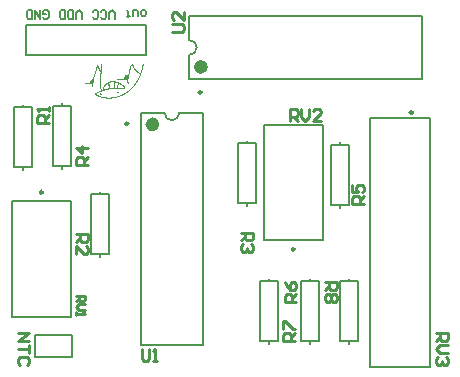
<source format=gbr>
%TF.GenerationSoftware,Altium Limited,Altium Designer,23.11.1 (41)*%
G04 Layer_Color=65535*
%FSLAX45Y45*%
%MOMM*%
%TF.SameCoordinates,34E30776-E539-4141-9B1E-1B59BE426CC6*%
%TF.FilePolarity,Positive*%
%TF.FileFunction,Legend,Top*%
%TF.Part,Single*%
G01*
G75*
%TA.AperFunction,NonConductor*%
%ADD19C,0.25000*%
%ADD20C,0.60000*%
%ADD21C,0.20000*%
%ADD22C,0.25400*%
G36*
X7377826Y9107025D02*
X7378942D01*
Y9106467D01*
X7379500D01*
Y9105909D01*
X7380058D01*
Y9105351D01*
X7380616D01*
Y9104794D01*
Y9104236D01*
Y9103678D01*
X7381174D01*
Y9103120D01*
Y9102562D01*
Y9102004D01*
Y9101446D01*
Y9100888D01*
X7380616D01*
Y9100330D01*
Y9099772D01*
Y9099214D01*
Y9098657D01*
Y9098099D01*
Y9097541D01*
Y9096983D01*
X7380058D01*
Y9096425D01*
Y9095867D01*
Y9095309D01*
Y9094751D01*
Y9094193D01*
Y9093635D01*
X7379500D01*
Y9093077D01*
Y9092520D01*
Y9091962D01*
Y9091404D01*
Y9090846D01*
X7378942D01*
Y9090288D01*
Y9089730D01*
Y9089172D01*
Y9088614D01*
Y9088056D01*
Y9087498D01*
X7378384D01*
Y9086940D01*
Y9086383D01*
Y9085825D01*
Y9085267D01*
Y9084709D01*
X7377826D01*
Y9084151D01*
Y9083593D01*
Y9083035D01*
Y9082477D01*
Y9081919D01*
X7377268D01*
Y9081362D01*
Y9080804D01*
Y9080245D01*
Y9079688D01*
Y9079130D01*
X7376710D01*
Y9078572D01*
Y9078014D01*
Y9077456D01*
Y9076898D01*
Y9076340D01*
X7376153D01*
Y9075782D01*
Y9075225D01*
Y9074667D01*
Y9074109D01*
Y9073551D01*
X7375595D01*
Y9072993D01*
Y9072435D01*
Y9071877D01*
Y9071319D01*
X7375037D01*
Y9070761D01*
Y9070203D01*
Y9069645D01*
Y9069088D01*
X7374479D01*
Y9068530D01*
Y9067972D01*
Y9067414D01*
Y9066856D01*
Y9066298D01*
X7373921D01*
Y9065740D01*
Y9065182D01*
Y9064624D01*
Y9064066D01*
X7373363D01*
Y9063508D01*
Y9062951D01*
Y9062393D01*
Y9061835D01*
X7372805D01*
Y9061277D01*
Y9060719D01*
Y9060161D01*
Y9059603D01*
X7372247D01*
Y9059045D01*
Y9058487D01*
Y9057930D01*
Y9057372D01*
X7371689D01*
Y9056813D01*
Y9056256D01*
Y9055698D01*
X7371131D01*
Y9055140D01*
Y9054582D01*
Y9054024D01*
Y9053466D01*
X7370574D01*
Y9052908D01*
Y9052350D01*
Y9051793D01*
Y9051235D01*
X7370016D01*
Y9050677D01*
Y9050119D01*
Y9049561D01*
X7369458D01*
Y9049003D01*
Y9048445D01*
Y9047887D01*
Y9047329D01*
X7368900D01*
Y9046771D01*
Y9046213D01*
Y9045656D01*
X7368342D01*
Y9045098D01*
Y9044540D01*
Y9043982D01*
X7367784D01*
Y9043424D01*
Y9042866D01*
Y9042308D01*
Y9041750D01*
X7367226D01*
Y9041192D01*
Y9040634D01*
Y9040076D01*
X7366668D01*
Y9039519D01*
Y9038961D01*
Y9038403D01*
X7366110D01*
Y9037845D01*
Y9037287D01*
Y9036729D01*
X7365552D01*
Y9036171D01*
Y9035613D01*
Y9035055D01*
X7364994D01*
Y9034498D01*
Y9033940D01*
Y9033381D01*
X7364437D01*
Y9032824D01*
Y9032266D01*
Y9031708D01*
X7363879D01*
Y9031150D01*
Y9030592D01*
Y9030034D01*
X7363321D01*
Y9029476D01*
Y9028918D01*
Y9028361D01*
X7362763D01*
Y9027803D01*
Y9027245D01*
Y9026687D01*
X7362205D01*
Y9026129D01*
Y9025571D01*
Y9025013D01*
X7361647D01*
Y9024455D01*
Y9023897D01*
Y9023339D01*
X7361089D01*
Y9022781D01*
Y9022224D01*
X7360531D01*
Y9021666D01*
Y9021108D01*
Y9020550D01*
X7359973D01*
Y9019992D01*
Y9019434D01*
Y9018876D01*
X7359416D01*
Y9018318D01*
X7358858D01*
Y9017760D01*
Y9017202D01*
Y9016644D01*
Y9016087D01*
X7358299D01*
Y9015529D01*
Y9014971D01*
Y9014413D01*
X7357742D01*
Y9013855D01*
Y9013297D01*
X7357184D01*
Y9012739D01*
Y9012181D01*
Y9011623D01*
X7356626D01*
Y9011066D01*
Y9010508D01*
X7356068D01*
Y9009949D01*
Y9009392D01*
Y9008834D01*
X7355510D01*
Y9008276D01*
Y9007718D01*
X7354952D01*
Y9007160D01*
Y9006602D01*
Y9006044D01*
X7354394D01*
Y9005486D01*
Y9004929D01*
X7353836D01*
Y9004371D01*
Y9003813D01*
X7353278D01*
Y9003255D01*
Y9002697D01*
Y9002139D01*
X7352721D01*
Y9001581D01*
Y9001023D01*
X7352163D01*
Y9000465D01*
Y8999907D01*
X7351605D01*
Y8999349D01*
Y8998792D01*
Y8998234D01*
X7351047D01*
Y8997676D01*
Y8997118D01*
X7350489D01*
Y8996560D01*
Y8996002D01*
X7349931D01*
Y8995444D01*
Y8994886D01*
X7349373D01*
Y8994328D01*
Y8993770D01*
X7348815D01*
Y8993212D01*
Y8992655D01*
Y8992097D01*
X7348257D01*
Y8991539D01*
Y8990981D01*
X7347699D01*
Y8990423D01*
Y8989865D01*
X7347142D01*
Y8989307D01*
Y8988749D01*
X7346584D01*
Y8988191D01*
Y8987634D01*
X7346026D01*
Y8987075D01*
Y8986517D01*
X7345468D01*
Y8985960D01*
Y8985402D01*
X7344910D01*
Y8984844D01*
Y8984286D01*
X7344352D01*
Y8983728D01*
Y8983170D01*
X7343794D01*
Y8982612D01*
Y8982054D01*
X7343236D01*
Y8981497D01*
Y8980939D01*
X7342120D01*
Y8980381D01*
X7342678D01*
Y8979823D01*
X7342120D01*
Y8979265D01*
Y8978707D01*
X7341562D01*
Y8978149D01*
Y8977591D01*
X7341005D01*
Y8977033D01*
Y8976475D01*
X7340447D01*
Y8975917D01*
Y8975359D01*
X7339889D01*
Y8974802D01*
Y8974244D01*
X7339331D01*
Y8973686D01*
Y8973128D01*
X7338773D01*
Y8972570D01*
X7338215D01*
Y8972012D01*
Y8971454D01*
X7337657D01*
Y8970896D01*
Y8970338D01*
X7337099D01*
Y8969780D01*
Y8969223D01*
X7336541D01*
Y8968665D01*
Y8968107D01*
X7335984D01*
Y8967549D01*
Y8966991D01*
X7335426D01*
Y8966433D01*
X7334867D01*
Y8965875D01*
Y8965317D01*
X7334310D01*
Y8964759D01*
Y8964202D01*
X7333752D01*
Y8963643D01*
Y8963085D01*
X7333194D01*
Y8962528D01*
Y8961970D01*
X7332636D01*
Y8961412D01*
X7332078D01*
Y8960854D01*
Y8960296D01*
X7331520D01*
Y8959738D01*
X7330962D01*
Y8959180D01*
Y8958622D01*
X7330404D01*
Y8958065D01*
Y8957507D01*
X7329846D01*
Y8956949D01*
X7329289D01*
Y8956391D01*
Y8955833D01*
X7328731D01*
Y8955275D01*
Y8954717D01*
X7328173D01*
Y8955275D01*
X7327615D01*
Y8954717D01*
X7328173D01*
Y8954159D01*
X7327615D01*
Y8953601D01*
Y8953043D01*
X7327057D01*
Y8952485D01*
X7326499D01*
Y8951927D01*
Y8951370D01*
X7325941D01*
Y8950812D01*
Y8950254D01*
X7325383D01*
Y8949696D01*
X7324825D01*
Y8949138D01*
Y8948580D01*
X7324267D01*
Y8948022D01*
X7323710D01*
Y8947464D01*
Y8946906D01*
X7323152D01*
Y8946348D01*
X7322594D01*
Y8945791D01*
Y8945233D01*
X7322036D01*
Y8944675D01*
Y8944117D01*
X7321478D01*
Y8943559D01*
X7320920D01*
Y8943001D01*
X7320362D01*
Y8942443D01*
Y8941885D01*
X7319804D01*
Y8941327D01*
X7319246D01*
Y8941885D01*
X7318688D01*
Y8941327D01*
X7319246D01*
Y8940770D01*
Y8940211D01*
X7318688D01*
Y8939653D01*
X7318130D01*
Y8939096D01*
Y8938538D01*
X7317573D01*
Y8937980D01*
X7317015D01*
Y8937422D01*
X7316457D01*
Y8936864D01*
Y8936306D01*
X7315899D01*
Y8935748D01*
X7315341D01*
Y8935190D01*
Y8934633D01*
X7314783D01*
Y8934075D01*
X7314225D01*
Y8933517D01*
X7313667D01*
Y8932959D01*
Y8932401D01*
X7313109D01*
Y8931843D01*
X7312552D01*
Y8931285D01*
X7311994D01*
Y8930727D01*
Y8930169D01*
X7311435D01*
Y8929611D01*
X7310878D01*
Y8929053D01*
Y8928495D01*
X7310320D01*
Y8927938D01*
X7309762D01*
Y8927380D01*
X7309204D01*
Y8926822D01*
X7308646D01*
Y8926264D01*
Y8925706D01*
X7308088D01*
Y8926264D01*
X7307530D01*
Y8925706D01*
X7308088D01*
Y8925148D01*
X7307530D01*
Y8924590D01*
X7306972D01*
Y8924032D01*
Y8923474D01*
X7305857D01*
Y8922916D01*
Y8922359D01*
X7305299D01*
Y8921801D01*
X7304741D01*
Y8921243D01*
Y8920685D01*
X7304183D01*
Y8920127D01*
X7303625D01*
Y8919569D01*
X7303067D01*
Y8919011D01*
X7302509D01*
Y8918453D01*
X7301951D01*
Y8917895D01*
Y8917338D01*
X7301393D01*
Y8916779D01*
X7300835D01*
Y8916221D01*
X7300277D01*
Y8915664D01*
X7299720D01*
Y8915106D01*
X7299162D01*
Y8914548D01*
Y8913990D01*
X7298604D01*
Y8913432D01*
X7298046D01*
Y8912874D01*
X7297488D01*
Y8912316D01*
X7296930D01*
Y8911758D01*
X7296372D01*
Y8911200D01*
X7295814D01*
Y8910643D01*
Y8910085D01*
X7295256D01*
Y8909527D01*
X7294698D01*
Y8908969D01*
X7294141D01*
Y8908411D01*
X7293583D01*
Y8907853D01*
X7293025D01*
Y8907295D01*
X7292467D01*
Y8906737D01*
X7291909D01*
Y8906179D01*
X7291351D01*
Y8905621D01*
Y8905063D01*
X7290793D01*
Y8904506D01*
X7290235D01*
Y8903948D01*
X7289677D01*
Y8903390D01*
X7289120D01*
Y8902832D01*
X7288003D01*
Y8902274D01*
X7287446D01*
Y8901716D01*
Y8901158D01*
X7286888D01*
Y8900600D01*
X7286330D01*
Y8900042D01*
X7285772D01*
Y8899484D01*
X7285214D01*
Y8898927D01*
X7284656D01*
Y8898369D01*
X7284098D01*
Y8897811D01*
X7283540D01*
Y8897253D01*
X7282982D01*
Y8896695D01*
X7282425D01*
Y8896137D01*
X7281867D01*
Y8895579D01*
Y8895021D01*
X7280751D01*
Y8894463D01*
X7280193D01*
Y8893906D01*
X7279635D01*
Y8893347D01*
X7279077D01*
Y8892789D01*
X7278519D01*
Y8892232D01*
X7277961D01*
Y8891674D01*
X7277403D01*
Y8891116D01*
X7276845D01*
Y8890558D01*
X7276288D01*
Y8890000D01*
X7275730D01*
Y8889442D01*
X7274614D01*
Y8888884D01*
X7274056D01*
Y8888326D01*
Y8887768D01*
X7273498D01*
Y8887211D01*
X7272940D01*
Y8886653D01*
X7272382D01*
Y8886095D01*
X7271266D01*
Y8885537D01*
X7270709D01*
Y8884979D01*
X7270151D01*
Y8884421D01*
X7269593D01*
Y8883863D01*
X7269035D01*
Y8883305D01*
X7268477D01*
Y8882747D01*
X7267361D01*
Y8882189D01*
Y8881631D01*
X7266245D01*
Y8881074D01*
X7265688D01*
Y8880516D01*
X7265129D01*
Y8879958D01*
X7264571D01*
Y8879400D01*
X7264014D01*
Y8878842D01*
X7263456D01*
Y8878284D01*
X7262340D01*
Y8877726D01*
X7261782D01*
Y8877168D01*
X7261224D01*
Y8876610D01*
X7260666D01*
Y8876052D01*
X7260108D01*
Y8875495D01*
X7259550D01*
Y8874937D01*
X7258435D01*
Y8874379D01*
X7257877D01*
Y8873821D01*
X7257319D01*
Y8873263D01*
X7256761D01*
Y8872705D01*
X7255645D01*
Y8872147D01*
X7255087D01*
Y8871589D01*
X7254529D01*
Y8871031D01*
X7253413D01*
Y8870473D01*
X7252856D01*
Y8869915D01*
X7252298D01*
Y8869357D01*
X7251740D01*
Y8868800D01*
X7250624D01*
Y8868242D01*
X7250066D01*
Y8867684D01*
X7248950D01*
Y8867126D01*
X7248392D01*
Y8866568D01*
X7247834D01*
Y8866010D01*
X7247277D01*
Y8865452D01*
X7246161D01*
Y8864894D01*
X7245603D01*
Y8864336D01*
X7244487D01*
Y8863779D01*
X7243929D01*
Y8863221D01*
X7243371D01*
Y8862663D01*
X7242256D01*
Y8862105D01*
X7241697D01*
Y8861547D01*
X7240582D01*
Y8860989D01*
X7240024D01*
Y8860431D01*
X7239466D01*
Y8859873D01*
X7238350D01*
Y8859315D01*
X7237792D01*
Y8858757D01*
X7236676D01*
Y8859315D01*
X7236118D01*
Y8858757D01*
X7236676D01*
Y8858199D01*
X7236118D01*
Y8857642D01*
X7235003D01*
Y8857084D01*
X7234445D01*
Y8856526D01*
X7233329D01*
Y8855968D01*
X7232771D01*
Y8855410D01*
X7231655D01*
Y8854852D01*
X7230539D01*
Y8854294D01*
X7229981D01*
Y8853736D01*
X7228866D01*
Y8853178D01*
X7228308D01*
Y8852620D01*
X7227192D01*
Y8852063D01*
X7226634D01*
Y8852620D01*
X7226076D01*
Y8852063D01*
Y8851505D01*
X7225518D01*
Y8850947D01*
X7224402D01*
Y8850389D01*
X7223845D01*
Y8849831D01*
X7222729D01*
Y8849273D01*
X7221613D01*
Y8848715D01*
X7220497D01*
Y8848157D01*
X7219939D01*
Y8848715D01*
X7219381D01*
Y8848157D01*
X7219939D01*
Y8847599D01*
X7218824D01*
Y8847041D01*
X7217707D01*
Y8847599D01*
X7217150D01*
Y8847041D01*
X7217707D01*
Y8846483D01*
X7217150D01*
Y8845925D01*
X7216034D01*
Y8845368D01*
X7214918D01*
Y8844810D01*
X7213802D01*
Y8844252D01*
X7212686D01*
Y8843694D01*
X7211571D01*
Y8843136D01*
X7209897D01*
Y8842578D01*
X7209339D01*
Y8842020D01*
X7208781D01*
Y8841462D01*
X7207665D01*
Y8840904D01*
X7206549D01*
Y8840347D01*
X7204876D01*
Y8839789D01*
X7204318D01*
Y8839231D01*
X7203202D01*
Y8838673D01*
X7202086D01*
Y8838115D01*
X7200970D01*
Y8837557D01*
X7199855D01*
Y8836999D01*
X7198181D01*
Y8836441D01*
X7197065D01*
Y8835883D01*
X7195949D01*
Y8835325D01*
X7194833D01*
Y8834767D01*
X7193718D01*
Y8834210D01*
X7191486D01*
Y8833652D01*
X7190928D01*
Y8833094D01*
X7189812D01*
Y8832536D01*
X7188139D01*
Y8831978D01*
X7187023D01*
Y8831420D01*
X7185349D01*
Y8830862D01*
X7184233D01*
Y8830304D01*
X7182560D01*
Y8829746D01*
X7181444D01*
Y8829188D01*
X7179770D01*
Y8828631D01*
X7178654D01*
Y8828073D01*
X7176423D01*
Y8827515D01*
X7175307D01*
Y8826957D01*
X7174191D01*
Y8826399D01*
X7172517D01*
Y8825841D01*
X7170843D01*
Y8825283D01*
X7169170D01*
Y8824725D01*
X7168054D01*
Y8825283D01*
X7167496D01*
Y8824725D01*
Y8824167D01*
X7165822D01*
Y8823609D01*
X7164149D01*
Y8823051D01*
X7161917D01*
Y8822493D01*
X7160243D01*
Y8821936D01*
X7158570D01*
Y8821378D01*
X7156338D01*
Y8820820D01*
X7154106D01*
Y8820262D01*
X7152433D01*
Y8820820D01*
X7151875D01*
Y8820262D01*
X7152433D01*
Y8819704D01*
X7150201D01*
Y8819146D01*
X7147969D01*
Y8818588D01*
X7145738D01*
Y8818030D01*
X7142948D01*
Y8817472D01*
X7140717D01*
Y8816915D01*
X7137927D01*
Y8816357D01*
X7134580D01*
Y8815799D01*
X7131790D01*
Y8815241D01*
X7128443D01*
Y8814683D01*
X7125095D01*
Y8814125D01*
X7121190D01*
Y8813567D01*
X7115611D01*
Y8813009D01*
X7111706D01*
Y8813567D01*
X7111148D01*
Y8813009D01*
Y8812451D01*
X7103337D01*
Y8811893D01*
X7074326D01*
Y8812451D01*
X7066515D01*
Y8813009D01*
X7061494D01*
Y8813567D01*
X7056473D01*
Y8814125D01*
X7053126D01*
Y8814683D01*
X7049220D01*
Y8815241D01*
X7045873D01*
Y8815799D01*
X7043083D01*
Y8816357D01*
X7040294D01*
Y8816915D01*
X7037504D01*
Y8817472D01*
X7034715D01*
Y8818030D01*
X7033041D01*
Y8818588D01*
X7030251D01*
Y8819146D01*
X7028020D01*
Y8819704D01*
X7025788D01*
Y8820262D01*
X7024114D01*
Y8820820D01*
X7021883D01*
Y8821378D01*
X7020209D01*
Y8821936D01*
X7018536D01*
Y8822493D01*
X7016304D01*
Y8823051D01*
X7014630D01*
Y8823609D01*
X7012956D01*
Y8824167D01*
X7011283D01*
Y8824725D01*
X7009609D01*
Y8825283D01*
X7007935D01*
Y8825841D01*
X7006819D01*
Y8826399D01*
Y8826957D01*
X7006262D01*
Y8826399D01*
X7005146D01*
Y8826957D01*
X7003472D01*
Y8827515D01*
X7002356D01*
Y8828073D01*
X7000682D01*
Y8828631D01*
X6999567D01*
Y8829188D01*
X6997893D01*
Y8829746D01*
X6996777D01*
Y8830304D01*
X6995661D01*
Y8830862D01*
X6993988D01*
Y8831420D01*
X6992872D01*
Y8831978D01*
X6991198D01*
Y8832536D01*
X6990640D01*
Y8833094D01*
X6990082D01*
Y8833652D01*
X6989524D01*
Y8833094D01*
X6988409D01*
Y8833652D01*
Y8834210D01*
X6987851D01*
Y8833652D01*
X6987293D01*
Y8834210D01*
X6986177D01*
Y8834767D01*
X6985061D01*
Y8835325D01*
X6983945D01*
Y8835883D01*
X6982830D01*
Y8836441D01*
X6981714D01*
Y8836999D01*
X6980598D01*
Y8837557D01*
X6980040D01*
Y8838115D01*
Y8838673D01*
X6979482D01*
Y8838115D01*
X6978924D01*
Y8838673D01*
X6978366D01*
Y8839231D01*
X6977250D01*
Y8839789D01*
Y8840347D01*
X6976135D01*
Y8840904D01*
X6975577D01*
Y8841462D01*
X6975019D01*
Y8842020D01*
X6974461D01*
Y8842578D01*
X6973903D01*
Y8843136D01*
X6973345D01*
Y8843694D01*
X6972787D01*
Y8844252D01*
Y8844810D01*
X6972229D01*
Y8845368D01*
X6972787D01*
Y8845925D01*
X6971672D01*
Y8846483D01*
Y8847041D01*
X6971114D01*
Y8847599D01*
Y8848157D01*
Y8848715D01*
X6970556D01*
Y8849273D01*
Y8849831D01*
Y8850389D01*
Y8850947D01*
Y8851505D01*
Y8852063D01*
Y8852620D01*
X6971114D01*
Y8853178D01*
Y8853736D01*
Y8854294D01*
Y8854852D01*
X6971672D01*
Y8855410D01*
Y8855968D01*
X6972229D01*
Y8856526D01*
Y8857084D01*
X6972787D01*
Y8857642D01*
X6973345D01*
Y8858199D01*
X6973903D01*
Y8858757D01*
X6974461D01*
Y8859315D01*
X6975019D01*
Y8859873D01*
X6975577D01*
Y8860431D01*
X6976692D01*
Y8860989D01*
X6977250D01*
Y8861547D01*
X6978366D01*
Y8862105D01*
X6978924D01*
Y8862663D01*
X6980040D01*
Y8863221D01*
X6980598D01*
Y8863779D01*
X6981714D01*
Y8864336D01*
X6982830D01*
Y8864894D01*
X6983945D01*
Y8865452D01*
X6985061D01*
Y8866010D01*
X6986177D01*
Y8866568D01*
X6987851D01*
Y8867126D01*
X6988966D01*
Y8867684D01*
X6990082D01*
Y8868242D01*
X6991198D01*
Y8868800D01*
X6992872D01*
Y8869357D01*
X6993988D01*
Y8869915D01*
X6995104D01*
Y8870473D01*
X6996777D01*
Y8871031D01*
X6997893D01*
Y8871589D01*
X6999009D01*
Y8872147D01*
X7000682D01*
Y8872705D01*
X7001798D01*
Y8873263D01*
X7002914D01*
Y8873821D01*
X7003472D01*
Y8873263D01*
X7004030D01*
Y8873821D01*
X7004588D01*
Y8874379D01*
X7005704D01*
Y8874937D01*
X7006819D01*
Y8875495D01*
X7008493D01*
Y8876052D01*
X7009609D01*
Y8876610D01*
X7011283D01*
Y8877168D01*
X7012398D01*
Y8877726D01*
X7014072D01*
Y8878284D01*
X7015188D01*
Y8878842D01*
X7016862D01*
Y8879400D01*
X7017420D01*
Y8879958D01*
Y8880516D01*
X7016862D01*
Y8881074D01*
Y8881631D01*
Y8882189D01*
Y8882747D01*
Y8883305D01*
Y8883863D01*
X7016304D01*
Y8884421D01*
Y8884979D01*
Y8885537D01*
Y8886095D01*
Y8886653D01*
Y8887211D01*
X7015746D01*
Y8887768D01*
X7016304D01*
Y8888326D01*
X7015746D01*
Y8888884D01*
Y8889442D01*
Y8890000D01*
Y8890558D01*
Y8891116D01*
X7015188D01*
Y8891674D01*
Y8892232D01*
Y8892789D01*
Y8893347D01*
Y8893906D01*
Y8894463D01*
Y8895021D01*
X7014630D01*
Y8895579D01*
Y8896137D01*
Y8896695D01*
Y8897253D01*
Y8897811D01*
Y8898369D01*
Y8898927D01*
Y8899484D01*
X7014072D01*
Y8900042D01*
Y8900600D01*
Y8901158D01*
Y8901716D01*
Y8902274D01*
Y8902832D01*
Y8903390D01*
Y8903948D01*
Y8904506D01*
X7013514D01*
Y8905063D01*
Y8905621D01*
Y8906179D01*
Y8906737D01*
Y8907295D01*
Y8907853D01*
Y8908411D01*
Y8908969D01*
Y8909527D01*
X7012956D01*
Y8910085D01*
Y8910643D01*
Y8911200D01*
Y8911758D01*
Y8912316D01*
Y8912874D01*
Y8913432D01*
Y8913990D01*
Y8914548D01*
Y8915106D01*
Y8915664D01*
Y8916221D01*
X7012398D01*
Y8916779D01*
Y8917338D01*
Y8917895D01*
Y8918453D01*
Y8919011D01*
Y8919569D01*
Y8920127D01*
Y8920685D01*
Y8921243D01*
Y8921801D01*
Y8922359D01*
Y8922916D01*
Y8923474D01*
Y8924032D01*
X7011841D01*
Y8924590D01*
Y8925148D01*
Y8925706D01*
Y8926264D01*
Y8926822D01*
Y8927380D01*
Y8927938D01*
Y8928495D01*
Y8929053D01*
Y8929611D01*
Y8930169D01*
Y8930727D01*
Y8931285D01*
Y8931843D01*
Y8932401D01*
Y8932959D01*
Y8933517D01*
Y8934075D01*
Y8934633D01*
Y8935190D01*
Y8935748D01*
Y8936306D01*
X7011283D01*
Y8936864D01*
Y8937422D01*
Y8937980D01*
Y8938538D01*
Y8939096D01*
Y8939653D01*
Y8940211D01*
Y8940770D01*
Y8941327D01*
Y8941885D01*
Y8942443D01*
Y8943001D01*
Y8943559D01*
Y8944117D01*
Y8944675D01*
Y8945233D01*
Y8945791D01*
Y8946348D01*
Y8946906D01*
Y8947464D01*
Y8948022D01*
Y8948580D01*
Y8949138D01*
Y8949696D01*
Y8950254D01*
Y8950812D01*
Y8951370D01*
Y8951927D01*
Y8952485D01*
Y8953043D01*
Y8953601D01*
Y8954159D01*
Y8954717D01*
Y8955275D01*
Y8955833D01*
Y8956391D01*
Y8956949D01*
Y8957507D01*
Y8958065D01*
Y8958622D01*
Y8959180D01*
Y8959738D01*
Y8960296D01*
Y8960854D01*
Y8961412D01*
Y8961970D01*
Y8962528D01*
Y8963085D01*
Y8963643D01*
Y8964202D01*
Y8964759D01*
Y8965317D01*
Y8965875D01*
Y8966433D01*
Y8966991D01*
Y8967549D01*
Y8968107D01*
Y8968665D01*
Y8969223D01*
Y8969780D01*
Y8970338D01*
Y8970896D01*
Y8971454D01*
Y8972012D01*
Y8972570D01*
Y8973128D01*
X7011841D01*
Y8973686D01*
Y8974244D01*
Y8974802D01*
Y8975359D01*
Y8975917D01*
Y8976475D01*
Y8977033D01*
Y8977591D01*
Y8978149D01*
Y8978707D01*
Y8979265D01*
Y8979823D01*
Y8980381D01*
Y8980939D01*
Y8981497D01*
Y8982054D01*
Y8982612D01*
Y8983170D01*
Y8983728D01*
Y8984286D01*
Y8984844D01*
Y8985402D01*
Y8985960D01*
Y8986517D01*
X7012398D01*
Y8987075D01*
Y8987634D01*
Y8988191D01*
Y8988749D01*
Y8989307D01*
Y8989865D01*
Y8990423D01*
Y8990981D01*
Y8991539D01*
Y8992097D01*
Y8992655D01*
Y8993212D01*
Y8993770D01*
Y8994328D01*
Y8994886D01*
Y8995444D01*
Y8996002D01*
Y8996560D01*
Y8997118D01*
X7012956D01*
Y8997676D01*
Y8998234D01*
Y8998792D01*
Y8999349D01*
Y8999907D01*
Y9000465D01*
Y9001023D01*
Y9001581D01*
X7013514D01*
Y9002139D01*
X7012956D01*
Y9002697D01*
Y9003255D01*
Y9003813D01*
Y9004371D01*
Y9004929D01*
Y9005486D01*
X7013514D01*
Y9006044D01*
Y9006602D01*
Y9007160D01*
Y9007718D01*
Y9008276D01*
Y9008834D01*
Y9009392D01*
Y9009949D01*
Y9010508D01*
Y9011066D01*
Y9011623D01*
Y9012181D01*
X7014072D01*
Y9012739D01*
Y9013297D01*
Y9013855D01*
Y9014413D01*
Y9014971D01*
Y9015529D01*
Y9016087D01*
Y9016644D01*
Y9017202D01*
Y9017760D01*
Y9018318D01*
Y9018876D01*
Y9019434D01*
Y9019992D01*
X7014630D01*
Y9020550D01*
Y9021108D01*
Y9021666D01*
Y9022224D01*
Y9022781D01*
Y9023339D01*
Y9023897D01*
Y9024455D01*
Y9025013D01*
Y9025571D01*
Y9026129D01*
Y9026687D01*
X7015188D01*
Y9027245D01*
Y9027803D01*
Y9028361D01*
Y9028918D01*
Y9029476D01*
Y9030034D01*
Y9030592D01*
Y9031150D01*
Y9031708D01*
Y9032266D01*
Y9032824D01*
X7015746D01*
Y9033381D01*
Y9033940D01*
X7015188D01*
Y9034498D01*
Y9035055D01*
X7014630D01*
Y9035613D01*
Y9036171D01*
X7014072D01*
Y9036729D01*
Y9037287D01*
X7013514D01*
Y9037845D01*
Y9038403D01*
X7012956D01*
Y9038961D01*
X7012398D01*
Y9039519D01*
Y9040076D01*
X7011841D01*
Y9040634D01*
Y9041192D01*
X7011283D01*
Y9041750D01*
Y9042308D01*
X7010725D01*
Y9042866D01*
Y9043424D01*
X7010167D01*
Y9043982D01*
X7009609D01*
Y9044540D01*
Y9045098D01*
X7009051D01*
Y9045656D01*
X7009609D01*
Y9046213D01*
X7008493D01*
Y9046771D01*
Y9047329D01*
X7007935D01*
Y9047887D01*
Y9048445D01*
X7007377D01*
Y9049003D01*
Y9049561D01*
X7006819D01*
Y9050119D01*
X7006262D01*
Y9050677D01*
Y9051235D01*
X7005704D01*
Y9051793D01*
Y9052350D01*
X7005146D01*
Y9052908D01*
Y9053466D01*
X7004588D01*
Y9054024D01*
Y9054582D01*
X7004030D01*
Y9055140D01*
Y9055698D01*
X7003472D01*
Y9056256D01*
Y9056813D01*
X7002914D01*
Y9057372D01*
X7002356D01*
Y9057930D01*
Y9058487D01*
X7001798D01*
Y9059045D01*
Y9059603D01*
X7001241D01*
Y9060161D01*
Y9060719D01*
X7000682D01*
Y9061277D01*
Y9061835D01*
X7000124D01*
Y9062393D01*
Y9062951D01*
X6999567D01*
Y9063508D01*
Y9064066D01*
X6999009D01*
Y9064624D01*
X6998451D01*
Y9065182D01*
Y9065740D01*
Y9066298D01*
X6997893D01*
Y9066856D01*
X6997335D01*
Y9067414D01*
Y9067972D01*
X6996777D01*
Y9068530D01*
Y9069088D01*
X6996219D01*
Y9069645D01*
Y9070203D01*
X6995661D01*
Y9070761D01*
Y9071319D01*
X6995104D01*
Y9071877D01*
Y9072435D01*
X6994546D01*
Y9072993D01*
Y9073551D01*
X6993988D01*
Y9074109D01*
Y9074667D01*
X6993430D01*
Y9075225D01*
Y9075782D01*
X6992872D01*
Y9076340D01*
Y9076898D01*
X6992314D01*
Y9077456D01*
Y9078014D01*
X6991756D01*
Y9078572D01*
X6991198D01*
Y9078014D01*
Y9077456D01*
X6990640D01*
Y9076898D01*
Y9076340D01*
Y9075782D01*
Y9075225D01*
X6990082D01*
Y9074667D01*
Y9074109D01*
Y9073551D01*
X6989524D01*
Y9072993D01*
Y9072435D01*
Y9071877D01*
Y9071319D01*
X6988966D01*
Y9070761D01*
Y9070203D01*
Y9069645D01*
X6988409D01*
Y9069088D01*
Y9068530D01*
Y9067972D01*
Y9067414D01*
X6987851D01*
Y9066856D01*
Y9066298D01*
Y9065740D01*
X6987293D01*
Y9065182D01*
Y9064624D01*
Y9064066D01*
Y9063508D01*
X6986735D01*
Y9062951D01*
Y9062393D01*
Y9061835D01*
X6986177D01*
Y9061277D01*
Y9060719D01*
Y9060161D01*
X6985619D01*
Y9059603D01*
X6985061D01*
Y9059045D01*
X6985619D01*
Y9058487D01*
Y9057930D01*
X6985061D01*
Y9057372D01*
Y9056813D01*
Y9056256D01*
X6984503D01*
Y9055698D01*
Y9055140D01*
Y9054582D01*
Y9054024D01*
X6983945D01*
Y9053466D01*
Y9052908D01*
Y9052350D01*
X6983387D01*
Y9051793D01*
Y9051235D01*
Y9050677D01*
X6982830D01*
Y9050119D01*
Y9049561D01*
Y9049003D01*
Y9048445D01*
X6982272D01*
Y9047887D01*
Y9047329D01*
Y9046771D01*
X6981714D01*
Y9046213D01*
Y9045656D01*
Y9045098D01*
X6981156D01*
Y9044540D01*
Y9043982D01*
Y9043424D01*
X6980598D01*
Y9042866D01*
Y9042308D01*
Y9041750D01*
Y9041192D01*
X6980040D01*
Y9040634D01*
X6979482D01*
Y9040076D01*
X6980040D01*
Y9039519D01*
X6979482D01*
Y9038961D01*
Y9038403D01*
Y9037845D01*
X6978924D01*
Y9038403D01*
X6978366D01*
Y9037845D01*
X6978924D01*
Y9037287D01*
Y9036729D01*
Y9036171D01*
X6978366D01*
Y9035613D01*
Y9035055D01*
Y9034498D01*
X6977808D01*
Y9033940D01*
Y9033381D01*
Y9032824D01*
Y9032266D01*
X6977250D01*
Y9031708D01*
Y9031150D01*
Y9030592D01*
X6976692D01*
Y9030034D01*
Y9029476D01*
Y9028918D01*
X6976135D01*
Y9028361D01*
Y9027803D01*
Y9027245D01*
X6975577D01*
Y9026687D01*
Y9026129D01*
Y9025571D01*
X6975019D01*
Y9025013D01*
Y9024455D01*
Y9023897D01*
X6974461D01*
Y9023339D01*
Y9022781D01*
Y9022224D01*
X6973903D01*
Y9021666D01*
Y9021108D01*
Y9020550D01*
X6973345D01*
Y9019992D01*
Y9019434D01*
Y9018876D01*
X6972787D01*
Y9018318D01*
Y9017760D01*
Y9017202D01*
X6972229D01*
Y9016644D01*
Y9016087D01*
Y9015529D01*
X6971672D01*
Y9014971D01*
Y9014413D01*
Y9013855D01*
X6971114D01*
Y9013297D01*
Y9012739D01*
Y9012181D01*
X6970556D01*
Y9011623D01*
Y9011066D01*
Y9010508D01*
X6969998D01*
Y9009949D01*
Y9009392D01*
Y9008834D01*
X6969440D01*
Y9008276D01*
Y9007718D01*
Y9007160D01*
X6968882D01*
Y9006602D01*
Y9006044D01*
Y9005486D01*
X6968324D01*
Y9004929D01*
Y9004371D01*
Y9003813D01*
X6967766D01*
Y9003255D01*
Y9002697D01*
Y9002139D01*
X6967208D01*
Y9001581D01*
Y9001023D01*
Y9000465D01*
X6966650D01*
Y8999907D01*
Y8999349D01*
Y8998792D01*
X6966092D01*
Y8998234D01*
Y8997676D01*
Y8997118D01*
X6965534D01*
Y8996560D01*
Y8996002D01*
Y8995444D01*
X6964977D01*
Y8994886D01*
Y8994328D01*
Y8993770D01*
X6964419D01*
Y8993212D01*
Y8992655D01*
X6963861D01*
Y8992097D01*
Y8991539D01*
Y8990981D01*
X6963303D01*
Y8990423D01*
Y8989865D01*
Y8989307D01*
X6962745D01*
Y8988749D01*
Y8988191D01*
Y8987634D01*
X6962187D01*
Y8987075D01*
X6961629D01*
Y8986517D01*
X6962187D01*
Y8985960D01*
X6961629D01*
Y8985402D01*
Y8984844D01*
Y8984286D01*
X6961071D01*
Y8983728D01*
Y8983170D01*
X6960513D01*
Y8982612D01*
Y8982054D01*
Y8981497D01*
X6959955D01*
Y8980939D01*
Y8980381D01*
Y8979823D01*
X6959398D01*
Y8979265D01*
Y8978707D01*
Y8978149D01*
X6958840D01*
Y8977591D01*
Y8977033D01*
X6958282D01*
Y8976475D01*
Y8975917D01*
Y8975359D01*
X6957724D01*
Y8974802D01*
Y8974244D01*
Y8973686D01*
X6957166D01*
Y8973128D01*
Y8972570D01*
X6956608D01*
Y8972012D01*
Y8971454D01*
Y8970896D01*
X6957166D01*
Y8970338D01*
X6957724D01*
Y8969780D01*
X6958282D01*
Y8969223D01*
X6957724D01*
Y8968665D01*
X6958840D01*
Y8968107D01*
X6959398D01*
Y8967549D01*
X6959955D01*
Y8966991D01*
Y8966433D01*
X6960513D01*
Y8965875D01*
Y8965317D01*
X6961071D01*
Y8964759D01*
Y8964202D01*
Y8963643D01*
X6961629D01*
Y8963085D01*
Y8962528D01*
Y8961970D01*
Y8961412D01*
Y8960854D01*
X6962187D01*
Y8960296D01*
Y8959738D01*
Y8959180D01*
Y8958622D01*
Y8958065D01*
Y8957507D01*
Y8956949D01*
Y8956391D01*
Y8955833D01*
Y8955275D01*
X6961629D01*
Y8954717D01*
X6961071D01*
Y8954159D01*
X6961629D01*
Y8953601D01*
Y8953043D01*
Y8952485D01*
X6961071D01*
Y8951927D01*
Y8951370D01*
Y8950812D01*
X6960513D01*
Y8950254D01*
Y8949696D01*
X6959955D01*
Y8949138D01*
Y8948580D01*
Y8948022D01*
X6958840D01*
Y8947464D01*
Y8946906D01*
X6958282D01*
Y8946348D01*
Y8945791D01*
Y8945233D01*
X6957724D01*
Y8944675D01*
X6957166D01*
Y8944117D01*
Y8943559D01*
X6956608D01*
Y8943001D01*
X6956050D01*
Y8942443D01*
Y8941885D01*
X6955492D01*
Y8941327D01*
X6954934D01*
Y8940770D01*
X6954376D01*
Y8940211D01*
X6953818D01*
Y8939653D01*
X6953260D01*
Y8939096D01*
X6952145D01*
Y8938538D01*
X6950471D01*
Y8937980D01*
Y8937422D01*
Y8936864D01*
Y8936306D01*
X6949913D01*
Y8936864D01*
X6949355D01*
Y8936306D01*
X6949913D01*
Y8935748D01*
Y8935190D01*
Y8934633D01*
Y8934075D01*
Y8933517D01*
Y8932959D01*
Y8932401D01*
Y8931843D01*
Y8931285D01*
Y8930727D01*
X6949355D01*
Y8930169D01*
Y8929611D01*
X6948797D01*
Y8929053D01*
X6948240D01*
Y8928495D01*
Y8927938D01*
X6948797D01*
Y8927380D01*
Y8926822D01*
Y8926264D01*
Y8925706D01*
Y8925148D01*
Y8924590D01*
X6949355D01*
Y8924032D01*
Y8923474D01*
Y8922916D01*
X6949913D01*
Y8922359D01*
Y8921801D01*
X6950471D01*
Y8921243D01*
Y8920685D01*
X6951029D01*
Y8920127D01*
Y8919569D01*
X6951587D01*
Y8919011D01*
X6952145D01*
Y8918453D01*
X6952703D01*
Y8917895D01*
X6953260D01*
Y8917338D01*
X6953818D01*
Y8916779D01*
X6954376D01*
Y8916221D01*
X6954934D01*
Y8915664D01*
Y8915106D01*
Y8914548D01*
Y8913990D01*
Y8913432D01*
Y8912874D01*
Y8912316D01*
Y8911758D01*
X6954376D01*
Y8911200D01*
Y8910643D01*
X6953818D01*
Y8910085D01*
X6952703D01*
Y8909527D01*
X6952145D01*
Y8910085D01*
X6951587D01*
Y8909527D01*
Y8908969D01*
X6950471D01*
Y8909527D01*
X6948240D01*
Y8910085D01*
X6947124D01*
Y8910643D01*
X6946566D01*
Y8911200D01*
X6946008D01*
Y8911758D01*
X6945450D01*
Y8912316D01*
X6944892D01*
Y8912874D01*
X6944334D01*
Y8913432D01*
Y8913990D01*
X6943776D01*
Y8914548D01*
X6943218D01*
Y8915106D01*
X6942660D01*
Y8915664D01*
Y8916221D01*
X6942102D01*
Y8916779D01*
Y8917338D01*
X6941545D01*
Y8917895D01*
Y8918453D01*
Y8919011D01*
Y8919569D01*
X6940987D01*
Y8920127D01*
Y8920685D01*
X6940429D01*
Y8921243D01*
Y8921801D01*
Y8922359D01*
X6939871D01*
Y8922916D01*
Y8923474D01*
Y8924032D01*
Y8924590D01*
Y8925148D01*
X6939313D01*
Y8925706D01*
Y8926264D01*
Y8926822D01*
Y8927380D01*
Y8927938D01*
Y8928495D01*
Y8929053D01*
Y8929611D01*
Y8930169D01*
Y8930727D01*
Y8931285D01*
Y8931843D01*
Y8932401D01*
Y8932959D01*
Y8933517D01*
Y8934075D01*
X6939871D01*
Y8934633D01*
X6932060D01*
Y8935190D01*
X6929271D01*
Y8935748D01*
X6928713D01*
Y8936306D01*
X6927597D01*
Y8935748D01*
X6925923D01*
Y8935190D01*
X6924250D01*
Y8934633D01*
X6923134D01*
Y8934075D01*
X6920902D01*
Y8933517D01*
X6911418D01*
Y8934075D01*
X6907512D01*
Y8934633D01*
X6895238D01*
Y8935190D01*
X6891333D01*
Y8935748D01*
X6890217D01*
Y8936306D01*
X6889659D01*
Y8936864D01*
X6889102D01*
Y8937422D01*
X6888544D01*
Y8937980D01*
Y8938538D01*
X6887986D01*
Y8939096D01*
Y8939653D01*
Y8940211D01*
Y8940770D01*
Y8941327D01*
X6888544D01*
Y8941885D01*
Y8942443D01*
X6889659D01*
Y8943001D01*
Y8943559D01*
X6890217D01*
Y8944117D01*
X6891891D01*
Y8944675D01*
X6892449D01*
Y8944117D01*
X6904165D01*
Y8943559D01*
X6909744D01*
Y8943001D01*
X6913649D01*
Y8942443D01*
X6918670D01*
Y8943001D01*
X6920902D01*
Y8943559D01*
X6922018D01*
Y8944117D01*
X6923134D01*
Y8944675D01*
X6923692D01*
Y8945233D01*
X6924250D01*
Y8945791D01*
X6924808D01*
Y8946348D01*
Y8946906D01*
X6925365D01*
Y8947464D01*
X6925923D01*
Y8948022D01*
Y8948580D01*
Y8949138D01*
X6926481D01*
Y8949696D01*
Y8950254D01*
Y8950812D01*
X6927039D01*
Y8951370D01*
Y8951927D01*
Y8952485D01*
X6927597D01*
Y8953043D01*
X6928155D01*
Y8953601D01*
X6927597D01*
Y8954159D01*
Y8954717D01*
Y8955275D01*
X6928155D01*
Y8955833D01*
Y8956391D01*
Y8956949D01*
Y8957507D01*
Y8958065D01*
X6928713D01*
Y8958622D01*
Y8959180D01*
Y8959738D01*
Y8960296D01*
X6929271D01*
Y8960854D01*
Y8961412D01*
Y8961970D01*
X6929828D01*
Y8962528D01*
Y8963085D01*
Y8963643D01*
X6930386D01*
Y8964202D01*
Y8964759D01*
X6930944D01*
Y8965317D01*
Y8965875D01*
X6931502D01*
Y8966433D01*
Y8966991D01*
X6932060D01*
Y8967549D01*
Y8968107D01*
X6932618D01*
Y8968665D01*
Y8969223D01*
X6933176D01*
Y8969780D01*
X6934292D01*
Y8970338D01*
X6934850D01*
Y8970896D01*
Y8971454D01*
X6935408D01*
Y8972012D01*
X6936523D01*
Y8972570D01*
X6937081D01*
Y8973128D01*
Y8973686D01*
X6938197D01*
Y8974244D01*
X6939313D01*
Y8974802D01*
X6940429D01*
Y8975359D01*
X6942660D01*
Y8975917D01*
X6947124D01*
Y8975359D01*
X6948240D01*
Y8975917D01*
X6948797D01*
Y8976475D01*
Y8977033D01*
Y8977591D01*
X6949355D01*
Y8978149D01*
Y8978707D01*
Y8979265D01*
X6949913D01*
Y8979823D01*
Y8980381D01*
Y8980939D01*
X6950471D01*
Y8981497D01*
Y8982054D01*
X6951029D01*
Y8982612D01*
Y8983170D01*
Y8983728D01*
X6951587D01*
Y8984286D01*
Y8984844D01*
Y8985402D01*
X6952145D01*
Y8985960D01*
Y8986517D01*
Y8987075D01*
X6952703D01*
Y8987634D01*
Y8988191D01*
Y8988749D01*
X6953260D01*
Y8989307D01*
Y8989865D01*
X6953818D01*
Y8990423D01*
Y8990981D01*
Y8991539D01*
X6954376D01*
Y8992097D01*
Y8992655D01*
Y8993212D01*
X6954934D01*
Y8993770D01*
Y8994328D01*
Y8994886D01*
X6955492D01*
Y8995444D01*
Y8996002D01*
Y8996560D01*
X6956050D01*
Y8997118D01*
Y8997676D01*
X6956608D01*
Y8998234D01*
X6957166D01*
Y8998792D01*
X6956608D01*
Y8999349D01*
X6957166D01*
Y8999907D01*
Y9000465D01*
Y9001023D01*
X6957724D01*
Y9001581D01*
Y9002139D01*
Y9002697D01*
X6958282D01*
Y9003255D01*
Y9003813D01*
Y9004371D01*
X6958840D01*
Y9004929D01*
Y9005486D01*
Y9006044D01*
X6959398D01*
Y9006602D01*
Y9007160D01*
X6959955D01*
Y9007718D01*
Y9008276D01*
Y9008834D01*
Y9009392D01*
X6960513D01*
Y9009949D01*
Y9010508D01*
Y9011066D01*
X6961071D01*
Y9011623D01*
Y9012181D01*
Y9012739D01*
X6961629D01*
Y9013297D01*
Y9013855D01*
Y9014413D01*
X6962187D01*
Y9014971D01*
Y9015529D01*
X6962745D01*
Y9016087D01*
Y9016644D01*
Y9017202D01*
Y9017760D01*
X6963861D01*
Y9018318D01*
X6963303D01*
Y9018876D01*
Y9019434D01*
X6963861D01*
Y9019992D01*
Y9020550D01*
Y9021108D01*
X6964419D01*
Y9021666D01*
Y9022224D01*
Y9022781D01*
X6964977D01*
Y9023339D01*
Y9023897D01*
Y9024455D01*
X6965534D01*
Y9025013D01*
Y9025571D01*
Y9026129D01*
X6966092D01*
Y9026687D01*
Y9027245D01*
Y9027803D01*
X6967208D01*
Y9028361D01*
X6966650D01*
Y9028918D01*
Y9029476D01*
X6967208D01*
Y9030034D01*
Y9030592D01*
Y9031150D01*
X6967766D01*
Y9031708D01*
Y9032266D01*
Y9032824D01*
X6968324D01*
Y9033381D01*
Y9033940D01*
Y9034498D01*
X6968882D01*
Y9035055D01*
Y9035613D01*
Y9036171D01*
Y9036729D01*
X6969440D01*
Y9037287D01*
Y9037845D01*
Y9038403D01*
X6969998D01*
Y9038961D01*
Y9039519D01*
Y9040076D01*
X6970556D01*
Y9040634D01*
Y9041192D01*
Y9041750D01*
X6971114D01*
Y9042308D01*
Y9042866D01*
Y9043424D01*
X6971672D01*
Y9043982D01*
Y9044540D01*
Y9045098D01*
Y9045656D01*
X6972787D01*
Y9046213D01*
X6972229D01*
Y9046771D01*
Y9047329D01*
X6972787D01*
Y9047887D01*
Y9048445D01*
Y9049003D01*
X6973345D01*
Y9049561D01*
Y9050119D01*
Y9050677D01*
X6973903D01*
Y9051235D01*
Y9051793D01*
Y9052350D01*
Y9052908D01*
X6974461D01*
Y9053466D01*
Y9054024D01*
Y9054582D01*
X6975019D01*
Y9055140D01*
Y9055698D01*
Y9056256D01*
X6975577D01*
Y9056813D01*
Y9057372D01*
Y9057930D01*
Y9058487D01*
X6976135D01*
Y9059045D01*
Y9059603D01*
Y9060161D01*
X6977250D01*
Y9060719D01*
X6976692D01*
Y9061277D01*
Y9061835D01*
X6977250D01*
Y9062393D01*
Y9062951D01*
Y9063508D01*
Y9064066D01*
X6977808D01*
Y9064624D01*
Y9065182D01*
Y9065740D01*
X6978366D01*
Y9066298D01*
Y9066856D01*
Y9067414D01*
Y9067972D01*
X6978924D01*
Y9068530D01*
Y9069088D01*
Y9069645D01*
X6979482D01*
Y9070203D01*
X6980040D01*
Y9070761D01*
X6979482D01*
Y9071319D01*
Y9071877D01*
X6980040D01*
Y9072435D01*
Y9072993D01*
Y9073551D01*
X6980598D01*
Y9074109D01*
Y9074667D01*
Y9075225D01*
Y9075782D01*
X6981156D01*
Y9076340D01*
Y9076898D01*
Y9077456D01*
X6981714D01*
Y9078014D01*
Y9078572D01*
Y9079130D01*
X6982272D01*
Y9079688D01*
Y9080245D01*
Y9080804D01*
Y9081362D01*
X6982830D01*
Y9081919D01*
Y9082477D01*
Y9083035D01*
Y9083593D01*
X6983387D01*
Y9084151D01*
Y9084709D01*
Y9085267D01*
Y9085825D01*
X6983945D01*
Y9086383D01*
Y9086940D01*
Y9087498D01*
X6984503D01*
Y9088056D01*
Y9088614D01*
Y9089172D01*
Y9089730D01*
X6985061D01*
Y9090288D01*
Y9090846D01*
Y9091404D01*
X6985619D01*
Y9091962D01*
Y9092520D01*
Y9093077D01*
Y9093635D01*
X6986177D01*
Y9094193D01*
Y9094751D01*
X6986735D01*
Y9095309D01*
X6987293D01*
Y9095867D01*
X6987851D01*
Y9096425D01*
X6992314D01*
Y9095867D01*
X6992872D01*
Y9095309D01*
X6993430D01*
Y9094751D01*
X6993988D01*
Y9094193D01*
X6994546D01*
Y9093635D01*
Y9093077D01*
X6995104D01*
Y9092520D01*
Y9091962D01*
X6995661D01*
Y9091404D01*
Y9090846D01*
X6996219D01*
Y9090288D01*
Y9089730D01*
X6996777D01*
Y9089172D01*
Y9088614D01*
X6997335D01*
Y9088056D01*
Y9087498D01*
X6997893D01*
Y9086940D01*
Y9086383D01*
Y9085825D01*
X6998451D01*
Y9085267D01*
X6999009D01*
Y9084709D01*
Y9084151D01*
X6999567D01*
Y9083593D01*
Y9083035D01*
X7000124D01*
Y9082477D01*
Y9081919D01*
Y9081362D01*
X7000682D01*
Y9080804D01*
X7001241D01*
Y9080245D01*
Y9079688D01*
X7001798D01*
Y9079130D01*
Y9078572D01*
X7002356D01*
Y9078014D01*
Y9077456D01*
X7002914D01*
Y9076898D01*
Y9076340D01*
X7003472D01*
Y9075782D01*
Y9075225D01*
X7004030D01*
Y9074667D01*
Y9074109D01*
X7004588D01*
Y9073551D01*
Y9072993D01*
X7005146D01*
Y9072435D01*
Y9071877D01*
X7005704D01*
Y9071319D01*
Y9070761D01*
X7006262D01*
Y9070203D01*
Y9069645D01*
X7006819D01*
Y9069088D01*
Y9068530D01*
X7007377D01*
Y9067972D01*
X7007935D01*
Y9067414D01*
Y9066856D01*
X7008493D01*
Y9066298D01*
Y9065740D01*
X7009051D01*
Y9065182D01*
Y9064624D01*
X7009609D01*
Y9064066D01*
Y9063508D01*
X7010167D01*
Y9062951D01*
Y9062393D01*
X7010725D01*
Y9061835D01*
Y9061277D01*
X7011283D01*
Y9060719D01*
Y9060161D01*
X7011841D01*
Y9059603D01*
X7012398D01*
Y9059045D01*
Y9058487D01*
X7012956D01*
Y9057930D01*
Y9057372D01*
X7013514D01*
Y9056813D01*
Y9056256D01*
X7014072D01*
Y9055698D01*
Y9055140D01*
X7014630D01*
Y9054582D01*
Y9054024D01*
X7015188D01*
Y9053466D01*
Y9052908D01*
X7015746D01*
Y9052350D01*
X7016304D01*
Y9051793D01*
Y9051235D01*
X7017420D01*
Y9051793D01*
Y9052350D01*
Y9052908D01*
Y9053466D01*
Y9054024D01*
Y9054582D01*
Y9055140D01*
Y9055698D01*
X7017978D01*
Y9056256D01*
Y9056813D01*
Y9057372D01*
Y9057930D01*
Y9058487D01*
Y9059045D01*
Y9059603D01*
Y9060161D01*
Y9060719D01*
Y9061277D01*
X7018536D01*
Y9061835D01*
Y9062393D01*
Y9062951D01*
Y9063508D01*
Y9064066D01*
Y9064624D01*
Y9065182D01*
Y9065740D01*
Y9066298D01*
Y9066856D01*
X7019093D01*
Y9067414D01*
Y9067972D01*
Y9068530D01*
Y9069088D01*
Y9069645D01*
Y9070203D01*
Y9070761D01*
Y9071319D01*
Y9071877D01*
X7019651D01*
Y9072435D01*
Y9072993D01*
Y9073551D01*
Y9074109D01*
Y9074667D01*
Y9075225D01*
Y9075782D01*
Y9076340D01*
Y9076898D01*
Y9077456D01*
X7020209D01*
Y9078014D01*
Y9078572D01*
Y9079130D01*
Y9079688D01*
Y9080245D01*
Y9080804D01*
Y9081362D01*
Y9081919D01*
Y9082477D01*
Y9083035D01*
X7020767D01*
Y9083593D01*
Y9084151D01*
Y9084709D01*
Y9085267D01*
Y9085825D01*
Y9086383D01*
Y9086940D01*
Y9087498D01*
Y9088056D01*
X7021325D01*
Y9088614D01*
Y9089172D01*
Y9089730D01*
Y9090288D01*
Y9090846D01*
Y9091404D01*
Y9091962D01*
Y9092520D01*
Y9093077D01*
Y9093635D01*
X7021883D01*
Y9094193D01*
Y9094751D01*
Y9095309D01*
Y9095867D01*
Y9096425D01*
Y9096983D01*
Y9097541D01*
Y9098099D01*
Y9098657D01*
Y9099214D01*
X7022441D01*
Y9099772D01*
Y9100330D01*
Y9100888D01*
Y9101446D01*
Y9102004D01*
Y9102562D01*
Y9103120D01*
Y9103678D01*
X7022999D01*
Y9104236D01*
Y9104794D01*
X7023556D01*
Y9105351D01*
X7024114D01*
Y9105909D01*
X7025230D01*
Y9106467D01*
X7029694D01*
Y9105909D01*
X7030251D01*
Y9105351D01*
X7030809D01*
Y9104794D01*
X7031367D01*
Y9104236D01*
Y9103678D01*
X7031925D01*
Y9103120D01*
Y9102562D01*
Y9102004D01*
X7031367D01*
Y9101446D01*
Y9100888D01*
Y9100330D01*
Y9099772D01*
Y9099214D01*
Y9098657D01*
Y9098099D01*
Y9097541D01*
Y9096983D01*
Y9096425D01*
Y9095867D01*
X7030809D01*
Y9095309D01*
Y9094751D01*
Y9094193D01*
Y9093635D01*
Y9093077D01*
Y9092520D01*
Y9091962D01*
Y9091404D01*
Y9090846D01*
Y9090288D01*
Y9089730D01*
X7030251D01*
Y9089172D01*
Y9088614D01*
Y9088056D01*
Y9087498D01*
Y9086940D01*
Y9086383D01*
Y9085825D01*
Y9085267D01*
Y9084709D01*
Y9084151D01*
X7029694D01*
Y9083593D01*
Y9083035D01*
Y9082477D01*
Y9081919D01*
Y9081362D01*
Y9080804D01*
Y9080245D01*
Y9079688D01*
Y9079130D01*
Y9078572D01*
X7029136D01*
Y9078014D01*
Y9077456D01*
Y9076898D01*
Y9076340D01*
Y9075782D01*
Y9075225D01*
Y9074667D01*
Y9074109D01*
Y9073551D01*
Y9072993D01*
X7028578D01*
Y9072435D01*
Y9071877D01*
Y9071319D01*
Y9070761D01*
Y9070203D01*
X7028020D01*
Y9069645D01*
X7028578D01*
Y9069088D01*
Y9068530D01*
Y9067972D01*
Y9067414D01*
Y9066856D01*
X7028020D01*
Y9066298D01*
Y9065740D01*
Y9065182D01*
Y9064624D01*
Y9064066D01*
Y9063508D01*
Y9062951D01*
Y9062393D01*
Y9061835D01*
X7027462D01*
Y9061277D01*
Y9060719D01*
Y9060161D01*
Y9059603D01*
Y9059045D01*
Y9058487D01*
Y9057930D01*
Y9057372D01*
Y9056813D01*
Y9056256D01*
Y9055698D01*
X7026904D01*
Y9055140D01*
Y9054582D01*
Y9054024D01*
Y9053466D01*
Y9052908D01*
Y9052350D01*
Y9051793D01*
Y9051235D01*
Y9050677D01*
Y9050119D01*
X7026346D01*
Y9049561D01*
Y9049003D01*
Y9048445D01*
Y9047887D01*
Y9047329D01*
Y9046771D01*
Y9046213D01*
Y9045656D01*
Y9045098D01*
Y9044540D01*
Y9043982D01*
X7025788D01*
Y9043424D01*
Y9042866D01*
Y9042308D01*
Y9041750D01*
Y9041192D01*
Y9040634D01*
Y9040076D01*
Y9039519D01*
Y9038961D01*
Y9038403D01*
Y9037845D01*
X7025230D01*
Y9037287D01*
Y9036729D01*
Y9036171D01*
Y9035613D01*
Y9035055D01*
Y9034498D01*
Y9033940D01*
Y9033381D01*
Y9032824D01*
Y9032266D01*
X7024673D01*
Y9031708D01*
X7024114D01*
Y9031150D01*
X7024673D01*
Y9030592D01*
Y9030034D01*
Y9029476D01*
Y9028918D01*
Y9028361D01*
Y9027803D01*
Y9027245D01*
Y9026687D01*
Y9026129D01*
X7024114D01*
Y9025571D01*
Y9025013D01*
Y9024455D01*
Y9023897D01*
Y9023339D01*
Y9022781D01*
Y9022224D01*
Y9021666D01*
Y9021108D01*
Y9020550D01*
Y9019992D01*
Y9019434D01*
X7023556D01*
Y9018876D01*
Y9018318D01*
Y9017760D01*
Y9017202D01*
Y9016644D01*
Y9016087D01*
Y9015529D01*
Y9014971D01*
Y9014413D01*
Y9013855D01*
Y9013297D01*
Y9012739D01*
X7022999D01*
Y9012181D01*
Y9011623D01*
Y9011066D01*
Y9010508D01*
Y9009949D01*
Y9009392D01*
Y9008834D01*
Y9008276D01*
Y9007718D01*
Y9007160D01*
Y9006602D01*
Y9006044D01*
Y9005486D01*
X7022441D01*
Y9004929D01*
Y9004371D01*
Y9003813D01*
Y9003255D01*
Y9002697D01*
Y9002139D01*
Y9001581D01*
Y9001023D01*
Y9000465D01*
Y8999907D01*
Y8999349D01*
Y8998792D01*
Y8998234D01*
Y8997676D01*
Y8997118D01*
X7021883D01*
Y8996560D01*
Y8996002D01*
Y8995444D01*
Y8994886D01*
Y8994328D01*
Y8993770D01*
Y8993212D01*
Y8992655D01*
Y8992097D01*
Y8991539D01*
Y8990981D01*
Y8990423D01*
Y8989865D01*
Y8989307D01*
X7021325D01*
Y8988749D01*
X7021883D01*
Y8988191D01*
Y8987634D01*
X7021325D01*
Y8987075D01*
Y8986517D01*
Y8985960D01*
Y8985402D01*
Y8984844D01*
Y8984286D01*
Y8983728D01*
Y8983170D01*
Y8982612D01*
Y8982054D01*
Y8981497D01*
Y8980939D01*
Y8980381D01*
Y8979823D01*
Y8979265D01*
Y8978707D01*
Y8978149D01*
Y8977591D01*
Y8977033D01*
Y8976475D01*
Y8975917D01*
Y8975359D01*
X7020767D01*
Y8974802D01*
Y8974244D01*
Y8973686D01*
Y8973128D01*
Y8972570D01*
Y8972012D01*
Y8971454D01*
Y8970896D01*
Y8970338D01*
Y8969780D01*
Y8969223D01*
Y8968665D01*
Y8968107D01*
Y8967549D01*
Y8966991D01*
Y8966433D01*
Y8965875D01*
Y8965317D01*
Y8964759D01*
Y8964202D01*
Y8963643D01*
Y8963085D01*
Y8962528D01*
Y8961970D01*
Y8961412D01*
Y8960854D01*
Y8960296D01*
Y8959738D01*
Y8959180D01*
Y8958622D01*
Y8958065D01*
Y8957507D01*
Y8956949D01*
Y8956391D01*
Y8955833D01*
Y8955275D01*
Y8954717D01*
Y8954159D01*
Y8953601D01*
Y8953043D01*
Y8952485D01*
Y8951927D01*
Y8951370D01*
Y8950812D01*
Y8950254D01*
Y8949696D01*
Y8949138D01*
Y8948580D01*
Y8948022D01*
Y8947464D01*
Y8946906D01*
Y8946348D01*
Y8945791D01*
Y8945233D01*
Y8944675D01*
Y8944117D01*
Y8943559D01*
Y8943001D01*
Y8942443D01*
Y8941885D01*
Y8941327D01*
Y8940770D01*
Y8940211D01*
Y8939653D01*
Y8939096D01*
Y8938538D01*
Y8937980D01*
Y8937422D01*
Y8936864D01*
Y8936306D01*
Y8935748D01*
Y8935190D01*
Y8934633D01*
Y8934075D01*
Y8933517D01*
Y8932959D01*
Y8932401D01*
Y8931843D01*
Y8931285D01*
X7021325D01*
Y8930727D01*
Y8930169D01*
Y8929611D01*
Y8929053D01*
Y8928495D01*
Y8927938D01*
Y8927380D01*
Y8926822D01*
Y8926264D01*
Y8925706D01*
Y8925148D01*
Y8924590D01*
Y8924032D01*
Y8923474D01*
Y8922916D01*
Y8922359D01*
Y8921801D01*
Y8921243D01*
X7021883D01*
Y8920685D01*
Y8920127D01*
Y8919569D01*
Y8919011D01*
Y8918453D01*
Y8917895D01*
Y8917338D01*
Y8916779D01*
Y8916221D01*
Y8915664D01*
Y8915106D01*
Y8914548D01*
Y8913990D01*
X7022441D01*
Y8913432D01*
Y8912874D01*
Y8912316D01*
Y8911758D01*
Y8911200D01*
Y8910643D01*
Y8910085D01*
Y8909527D01*
Y8908969D01*
Y8908411D01*
X7021883D01*
Y8907853D01*
X7022999D01*
Y8907295D01*
Y8906737D01*
Y8906179D01*
Y8905621D01*
Y8905063D01*
Y8904506D01*
Y8903948D01*
Y8903390D01*
Y8902832D01*
X7023556D01*
Y8902274D01*
Y8901716D01*
Y8901158D01*
Y8900600D01*
Y8900042D01*
Y8899484D01*
Y8898927D01*
Y8898369D01*
Y8897811D01*
X7024114D01*
Y8897253D01*
Y8896695D01*
Y8896137D01*
Y8895579D01*
Y8895021D01*
Y8894463D01*
Y8893906D01*
X7024673D01*
Y8893347D01*
Y8892789D01*
Y8892232D01*
Y8891674D01*
Y8891116D01*
Y8890558D01*
Y8890000D01*
X7025230D01*
Y8889442D01*
Y8888884D01*
Y8888326D01*
Y8887768D01*
Y8887211D01*
Y8886653D01*
X7025788D01*
Y8886095D01*
Y8885537D01*
Y8884979D01*
Y8884421D01*
Y8883863D01*
Y8883305D01*
X7026346D01*
Y8882747D01*
X7026904D01*
Y8883305D01*
X7028578D01*
Y8883863D01*
X7030251D01*
Y8884421D01*
X7031925D01*
Y8884979D01*
X7033599D01*
Y8885537D01*
X7034157D01*
Y8886095D01*
Y8886653D01*
Y8887211D01*
Y8887768D01*
Y8888326D01*
Y8888884D01*
Y8889442D01*
Y8890000D01*
Y8890558D01*
Y8891116D01*
X7034715D01*
Y8891674D01*
Y8892232D01*
Y8892789D01*
Y8893347D01*
Y8893906D01*
Y8894463D01*
Y8895021D01*
X7035273D01*
Y8895579D01*
Y8896137D01*
Y8896695D01*
Y8897253D01*
Y8897811D01*
X7035830D01*
Y8898369D01*
Y8898927D01*
Y8899484D01*
Y8900042D01*
X7036388D01*
Y8900600D01*
Y8901158D01*
Y8901716D01*
Y8902274D01*
X7036946D01*
Y8902832D01*
Y8903390D01*
Y8903948D01*
X7037504D01*
Y8904506D01*
Y8905063D01*
Y8905621D01*
X7038062D01*
Y8906179D01*
Y8906737D01*
Y8907295D01*
X7038620D01*
Y8907853D01*
Y8908411D01*
X7039178D01*
Y8908969D01*
Y8909527D01*
Y8910085D01*
X7039736D01*
Y8910643D01*
Y8911200D01*
X7040294D01*
Y8911758D01*
Y8912316D01*
X7040852D01*
Y8912874D01*
Y8913432D01*
X7041410D01*
Y8913990D01*
Y8914548D01*
X7041968D01*
Y8915106D01*
Y8915664D01*
X7042525D01*
Y8916221D01*
Y8916779D01*
X7043083D01*
Y8917338D01*
Y8917895D01*
X7043641D01*
Y8918453D01*
X7044199D01*
Y8919011D01*
Y8919569D01*
X7044757D01*
Y8920127D01*
Y8920685D01*
X7045873D01*
Y8921243D01*
Y8921801D01*
Y8922359D01*
X7046431D01*
Y8922916D01*
X7046989D01*
Y8923474D01*
Y8924032D01*
X7047546D01*
Y8924590D01*
X7048105D01*
Y8925148D01*
X7048662D01*
Y8925706D01*
Y8926264D01*
X7049220D01*
Y8926822D01*
X7049778D01*
Y8927380D01*
X7050336D01*
Y8927938D01*
Y8928495D01*
X7050894D01*
Y8929053D01*
X7051452D01*
Y8929611D01*
X7052010D01*
Y8930169D01*
X7052568D01*
Y8930727D01*
X7053126D01*
Y8931285D01*
X7053683D01*
Y8931843D01*
X7054241D01*
Y8932401D01*
X7054799D01*
Y8932959D01*
X7055357D01*
Y8933517D01*
Y8934075D01*
X7056473D01*
Y8934633D01*
X7057031D01*
Y8935190D01*
X7057589D01*
Y8935748D01*
X7058147D01*
Y8936306D01*
X7058705D01*
Y8936864D01*
X7059262D01*
Y8937422D01*
X7059820D01*
Y8937980D01*
X7060378D01*
Y8938538D01*
X7060936D01*
Y8939096D01*
X7062052D01*
Y8939653D01*
X7062610D01*
Y8940211D01*
X7063168D01*
Y8940770D01*
X7063726D01*
Y8941327D01*
X7064842D01*
Y8941885D01*
X7065400D01*
Y8942443D01*
X7066515D01*
Y8943001D01*
X7067073D01*
Y8943559D01*
X7067631D01*
Y8944117D01*
X7068747D01*
Y8944675D01*
X7069305D01*
Y8945233D01*
X7070421D01*
Y8945791D01*
X7071537D01*
Y8945233D01*
X7072094D01*
Y8945791D01*
X7071537D01*
Y8946348D01*
X7072094D01*
Y8946906D01*
X7073210D01*
Y8947464D01*
X7074326D01*
Y8948022D01*
X7075442D01*
Y8948580D01*
X7076558D01*
Y8949138D01*
X7077115D01*
Y8949696D01*
X7078789D01*
Y8950254D01*
X7079905D01*
Y8950812D01*
X7081021D01*
Y8951370D01*
X7082137D01*
Y8951927D01*
X7083252D01*
Y8952485D01*
X7084926D01*
Y8951927D01*
X7085484D01*
Y8952485D01*
X7084926D01*
Y8953043D01*
X7086042D01*
Y8953601D01*
X7087716D01*
Y8954159D01*
X7089389D01*
Y8954717D01*
X7091063D01*
Y8955275D01*
X7092737D01*
Y8955833D01*
X7095526D01*
Y8956391D01*
X7097200D01*
Y8956949D01*
X7099432D01*
Y8957507D01*
X7102221D01*
Y8958065D01*
X7105569D01*
Y8958622D01*
X7110032D01*
Y8959180D01*
X7118958D01*
Y8959738D01*
X7122306D01*
Y8959180D01*
X7131790D01*
Y8958622D01*
X7136253D01*
Y8958065D01*
X7139601D01*
Y8957507D01*
X7142390D01*
Y8956949D01*
X7145180D01*
Y8956391D01*
X7147411D01*
Y8955833D01*
X7149643D01*
Y8955275D01*
X7151875D01*
Y8954717D01*
X7153548D01*
Y8954159D01*
X7155780D01*
Y8953601D01*
X7157454D01*
Y8953043D01*
X7159128D01*
Y8952485D01*
X7160801D01*
Y8951927D01*
X7161917D01*
Y8951370D01*
X7163591D01*
Y8950812D01*
X7164707D01*
Y8950254D01*
X7166380D01*
Y8949696D01*
X7167496D01*
Y8949138D01*
X7169170D01*
Y8948580D01*
X7170286D01*
Y8948022D01*
X7171401D01*
Y8947464D01*
X7172517D01*
Y8946906D01*
X7174191D01*
Y8946348D01*
X7175307D01*
Y8945791D01*
X7176423D01*
Y8945233D01*
X7177538D01*
Y8944675D01*
X7178654D01*
Y8944117D01*
X7179770D01*
Y8943559D01*
X7180328D01*
Y8943001D01*
X7181444D01*
Y8942443D01*
X7182560D01*
Y8941885D01*
X7183675D01*
Y8941327D01*
X7184791D01*
Y8940770D01*
X7185349D01*
Y8940211D01*
X7186465D01*
Y8939653D01*
X7187581D01*
Y8939096D01*
X7188697D01*
Y8938538D01*
X7189254D01*
Y8937980D01*
X7190370D01*
Y8937422D01*
X7190928D01*
Y8936864D01*
X7192044D01*
Y8936306D01*
X7193160D01*
Y8935748D01*
X7193718D01*
Y8935190D01*
X7194833D01*
Y8934633D01*
X7195392D01*
Y8934075D01*
X7196507D01*
Y8933517D01*
X7197065D01*
Y8932959D01*
X7198181D01*
Y8932401D01*
X7198739D01*
Y8931843D01*
X7199297D01*
Y8931285D01*
X7200412D01*
Y8930727D01*
X7201528D01*
Y8930169D01*
X7202086D01*
Y8929611D01*
X7202644D01*
Y8929053D01*
X7203202D01*
Y8928495D01*
X7204318D01*
Y8927938D01*
X7204876D01*
Y8927380D01*
X7205434D01*
Y8926822D01*
X7206549D01*
Y8926264D01*
X7207107D01*
Y8925706D01*
X7207665D01*
Y8925148D01*
X7208781D01*
Y8924590D01*
X7209339D01*
Y8924032D01*
X7209897D01*
Y8923474D01*
X7210455D01*
Y8922916D01*
X7211571D01*
Y8922359D01*
X7212129D01*
Y8921801D01*
X7212686D01*
Y8921243D01*
X7213244D01*
Y8920685D01*
X7214360D01*
Y8920127D01*
X7214918D01*
Y8919569D01*
X7215476D01*
Y8919011D01*
X7216034D01*
Y8918453D01*
X7216592D01*
Y8917895D01*
X7217150D01*
Y8917338D01*
X7217707D01*
Y8916779D01*
X7218265D01*
Y8916221D01*
X7218824D01*
Y8915664D01*
X7219381D01*
Y8915106D01*
X7219939D01*
Y8914548D01*
X7220497D01*
Y8913990D01*
X7221055D01*
Y8913432D01*
Y8912874D01*
X7221613D01*
Y8912316D01*
X7222171D01*
Y8911758D01*
Y8911200D01*
X7222729D01*
Y8910643D01*
Y8910085D01*
X7223287D01*
Y8909527D01*
Y8908969D01*
Y8908411D01*
X7223845D01*
Y8907853D01*
Y8907295D01*
Y8906737D01*
Y8906179D01*
Y8905621D01*
Y8905063D01*
Y8904506D01*
Y8903948D01*
Y8903390D01*
Y8902832D01*
Y8902274D01*
Y8901716D01*
X7223287D01*
Y8901158D01*
Y8900600D01*
X7222729D01*
Y8900042D01*
Y8899484D01*
X7222171D01*
Y8898927D01*
Y8898369D01*
X7221055D01*
Y8897811D01*
Y8897253D01*
X7220497D01*
Y8896695D01*
X7219381D01*
Y8896137D01*
X7218824D01*
Y8895579D01*
X7217707D01*
Y8895021D01*
X7216592D01*
Y8894463D01*
X7214918D01*
Y8893906D01*
X7201528D01*
Y8894463D01*
X7196507D01*
Y8895021D01*
X7191486D01*
Y8895579D01*
X7185907D01*
Y8896137D01*
X7178654D01*
Y8896695D01*
X7178096D01*
Y8896137D01*
X7175865D01*
Y8896695D01*
X7144064D01*
Y8896137D01*
X7136811D01*
Y8896695D01*
X7136253D01*
Y8896137D01*
X7134580D01*
Y8895579D01*
X7126211D01*
Y8895021D01*
X7121190D01*
Y8894463D01*
X7115611D01*
Y8893906D01*
X7115053D01*
Y8894463D01*
X7113937D01*
Y8893906D01*
X7111148D01*
Y8893347D01*
X7107242D01*
Y8892789D01*
X7103337D01*
Y8892232D01*
X7099432D01*
Y8891674D01*
X7096084D01*
Y8891116D01*
X7092179D01*
Y8890558D01*
X7089947D01*
Y8890000D01*
X7086600D01*
Y8889442D01*
X7083252D01*
Y8888884D01*
X7081021D01*
Y8888326D01*
X7078789D01*
Y8887768D01*
X7076000D01*
Y8887211D01*
X7073768D01*
Y8886653D01*
X7070978D01*
Y8886095D01*
X7068747D01*
Y8885537D01*
X7066515D01*
Y8884979D01*
X7064284D01*
Y8884421D01*
X7062052D01*
Y8883863D01*
X7059820D01*
Y8883305D01*
X7058147D01*
Y8882747D01*
X7055915D01*
Y8882189D01*
X7054241D01*
Y8881631D01*
X7052010D01*
Y8881074D01*
X7049778D01*
Y8880516D01*
X7048105D01*
Y8879958D01*
X7046431D01*
Y8879400D01*
X7044757D01*
Y8878842D01*
X7042525D01*
Y8878284D01*
X7041410D01*
Y8878842D01*
X7040852D01*
Y8878284D01*
Y8877726D01*
X7039178D01*
Y8877168D01*
X7037504D01*
Y8876610D01*
X7036388D01*
Y8877168D01*
X7035830D01*
Y8876610D01*
Y8876052D01*
X7034157D01*
Y8875495D01*
X7031925D01*
Y8874937D01*
X7030809D01*
Y8874379D01*
X7029694D01*
Y8873821D01*
X7028020D01*
Y8873263D01*
X7026346D01*
Y8872705D01*
X7024114D01*
Y8872147D01*
X7023556D01*
Y8871589D01*
X7021883D01*
Y8871031D01*
X7020767D01*
Y8870473D01*
X7019093D01*
Y8869915D01*
X7017420D01*
Y8869357D01*
X7016304D01*
Y8868800D01*
X7014630D01*
Y8868242D01*
X7013514D01*
Y8867684D01*
X7011841D01*
Y8867126D01*
X7010725D01*
Y8866568D01*
X7009609D01*
Y8866010D01*
X7007935D01*
Y8865452D01*
X7006262D01*
Y8864894D01*
X7005704D01*
Y8864336D01*
X7004030D01*
Y8863779D01*
X7002914D01*
Y8863221D01*
X7001798D01*
Y8862663D01*
X7000682D01*
Y8862105D01*
X6999009D01*
Y8861547D01*
X6997893D01*
Y8860989D01*
X6996777D01*
Y8860431D01*
X6995661D01*
Y8859873D01*
X6994546D01*
Y8859315D01*
X6993430D01*
Y8858757D01*
X6992314D01*
Y8858199D01*
X6990640D01*
Y8857642D01*
X6989524D01*
Y8857084D01*
X6988409D01*
Y8856526D01*
X6987293D01*
Y8855968D01*
X6986177D01*
Y8855410D01*
X6985061D01*
Y8854852D01*
X6983945D01*
Y8854294D01*
X6983387D01*
Y8853736D01*
X6982272D01*
Y8853178D01*
X6981156D01*
Y8852620D01*
X6980598D01*
Y8852063D01*
X6980040D01*
Y8851505D01*
Y8850947D01*
X6979482D01*
Y8850389D01*
X6980040D01*
Y8849831D01*
Y8849273D01*
X6980598D01*
Y8848715D01*
X6981156D01*
Y8848157D01*
X6981714D01*
Y8847599D01*
X6982272D01*
Y8847041D01*
X6983387D01*
Y8846483D01*
X6983945D01*
Y8845925D01*
X6985061D01*
Y8845368D01*
X6985619D01*
Y8844810D01*
X6986735D01*
Y8844252D01*
X6987851D01*
Y8843694D01*
X6988966D01*
Y8843136D01*
X6990082D01*
Y8842578D01*
X6991198D01*
Y8842020D01*
X6992314D01*
Y8841462D01*
X6993430D01*
Y8840904D01*
Y8840347D01*
X6993988D01*
Y8840904D01*
X6994546D01*
Y8840347D01*
X6995661D01*
Y8839789D01*
X6997335D01*
Y8839231D01*
X6998451D01*
Y8838673D01*
X7000124D01*
Y8838115D01*
X7001241D01*
Y8837557D01*
X7002356D01*
Y8836999D01*
X7004588D01*
Y8836441D01*
X7006262D01*
Y8835883D01*
X7007377D01*
Y8835325D01*
X7009051D01*
Y8834767D01*
X7010167D01*
Y8834210D01*
X7011841D01*
Y8833652D01*
X7013514D01*
Y8833094D01*
X7015188D01*
Y8832536D01*
X7016862D01*
Y8831978D01*
X7018536D01*
Y8831420D01*
X7020767D01*
Y8830862D01*
X7022441D01*
Y8830304D01*
X7024114D01*
Y8829746D01*
X7026346D01*
Y8829188D01*
X7028020D01*
Y8828631D01*
X7029136D01*
Y8828073D01*
X7029694D01*
Y8828631D01*
X7030251D01*
Y8828073D01*
X7032483D01*
Y8827515D01*
X7034715D01*
Y8826957D01*
X7037504D01*
Y8826399D01*
X7039736D01*
Y8825841D01*
X7042525D01*
Y8825283D01*
X7045315D01*
Y8824725D01*
X7048662D01*
Y8824167D01*
X7052010D01*
Y8823609D01*
X7055357D01*
Y8823051D01*
X7060378D01*
Y8822493D01*
X7062610D01*
Y8821936D01*
X7063168D01*
Y8822493D01*
X7065400D01*
Y8821936D01*
X7071537D01*
Y8821378D01*
X7083810D01*
Y8820820D01*
X7093853D01*
Y8821378D01*
X7106684D01*
Y8821936D01*
X7112821D01*
Y8822493D01*
X7118401D01*
Y8823051D01*
X7122306D01*
Y8823609D01*
X7126211D01*
Y8824167D01*
X7130116D01*
Y8824725D01*
X7132906D01*
Y8825283D01*
X7135696D01*
Y8825841D01*
X7138485D01*
Y8826399D01*
X7141275D01*
Y8825841D01*
X7141833D01*
Y8826399D01*
X7141275D01*
Y8826957D01*
X7143506D01*
Y8827515D01*
X7145738D01*
Y8828073D01*
X7147969D01*
Y8828631D01*
X7150201D01*
Y8829188D01*
X7152433D01*
Y8829746D01*
X7154664D01*
Y8830304D01*
X7156338D01*
Y8830862D01*
X7158570D01*
Y8831420D01*
X7160243D01*
Y8831978D01*
X7161917D01*
Y8832536D01*
X7163591D01*
Y8833094D01*
X7165265D01*
Y8833652D01*
X7166938D01*
Y8834210D01*
X7168612D01*
Y8834767D01*
X7170286D01*
Y8835325D01*
X7171959D01*
Y8835883D01*
X7173633D01*
Y8836441D01*
X7174749D01*
Y8836999D01*
X7176423D01*
Y8837557D01*
X7178096D01*
Y8838115D01*
X7179212D01*
Y8838673D01*
X7180886D01*
Y8839231D01*
X7182002D01*
Y8839789D01*
X7183117D01*
Y8840347D01*
X7184791D01*
Y8840904D01*
X7185907D01*
Y8841462D01*
X7187581D01*
Y8842020D01*
X7188697D01*
Y8842578D01*
X7189812D01*
Y8843136D01*
X7190928D01*
Y8843694D01*
X7192602D01*
Y8844252D01*
X7193718D01*
Y8844810D01*
X7194833D01*
Y8845368D01*
X7195949D01*
Y8845925D01*
X7197065D01*
Y8846483D01*
X7198181D01*
Y8847041D01*
X7199297D01*
Y8847599D01*
X7200412D01*
Y8848157D01*
X7201528D01*
Y8848715D01*
X7202644D01*
Y8849273D01*
X7203760D01*
Y8849831D01*
X7204876D01*
Y8850389D01*
X7205992D01*
Y8850947D01*
X7207107D01*
Y8851505D01*
X7208223D01*
Y8852063D01*
X7208781D01*
Y8852620D01*
X7209897D01*
Y8853178D01*
X7211013D01*
Y8853736D01*
X7212129D01*
Y8854294D01*
X7212686D01*
Y8854852D01*
X7213802D01*
Y8855410D01*
X7214918D01*
Y8855968D01*
X7215476D01*
Y8855410D01*
X7216034D01*
Y8855968D01*
Y8856526D01*
X7216592D01*
Y8857084D01*
X7217707D01*
Y8857642D01*
X7218824D01*
Y8858199D01*
X7219939D01*
Y8858757D01*
X7220497D01*
Y8859315D01*
X7221613D01*
Y8859873D01*
X7222171D01*
Y8860431D01*
X7223287D01*
Y8860989D01*
X7223845D01*
Y8861547D01*
X7224960D01*
Y8862105D01*
X7226076D01*
Y8862663D01*
X7227192D01*
Y8862105D01*
X7227750D01*
Y8862663D01*
X7227192D01*
Y8863221D01*
X7227750D01*
Y8863779D01*
X7228308D01*
Y8864336D01*
X7229424D01*
Y8864894D01*
X7229981D01*
Y8865452D01*
X7231097D01*
Y8866010D01*
X7231655D01*
Y8866568D01*
X7232771D01*
Y8867126D01*
X7233329D01*
Y8867684D01*
X7234445D01*
Y8868242D01*
X7235003D01*
Y8868800D01*
X7236118D01*
Y8869357D01*
X7236676D01*
Y8869915D01*
X7237234D01*
Y8870473D01*
X7238350D01*
Y8871031D01*
X7238908D01*
Y8871589D01*
X7240024D01*
Y8872147D01*
X7240582D01*
Y8872705D01*
X7241139D01*
Y8873263D01*
X7242256D01*
Y8873821D01*
X7242813D01*
Y8874379D01*
X7243371D01*
Y8874937D01*
X7244487D01*
Y8875495D01*
X7245045D01*
Y8876052D01*
X7245603D01*
Y8876610D01*
X7246161D01*
Y8877168D01*
X7247277D01*
Y8877726D01*
X7247834D01*
Y8878284D01*
X7248950D01*
Y8878842D01*
X7249508D01*
Y8879400D01*
X7250066D01*
Y8879958D01*
X7250624D01*
Y8880516D01*
X7251740D01*
Y8879958D01*
X7252298D01*
Y8880516D01*
X7251740D01*
Y8881074D01*
X7252298D01*
Y8881631D01*
X7252856D01*
Y8882189D01*
X7253413D01*
Y8881631D01*
X7253971D01*
Y8882189D01*
X7253413D01*
Y8882747D01*
X7253971D01*
Y8883305D01*
X7255087D01*
Y8883863D01*
X7255645D01*
Y8884421D01*
X7256203D01*
Y8884979D01*
X7256761D01*
Y8885537D01*
X7257319D01*
Y8886095D01*
X7258435D01*
Y8886653D01*
X7258993D01*
Y8887211D01*
X7259550D01*
Y8887768D01*
X7260108D01*
Y8888326D01*
X7260666D01*
Y8888884D01*
X7261224D01*
Y8889442D01*
X7262340D01*
Y8890000D01*
X7262898D01*
Y8890558D01*
X7263456D01*
Y8891116D01*
X7264014D01*
Y8891674D01*
X7264571D01*
Y8892232D01*
X7265129D01*
Y8892789D01*
X7265688D01*
Y8893347D01*
X7266245D01*
Y8893906D01*
X7266803D01*
Y8894463D01*
X7267361D01*
Y8895021D01*
X7268477D01*
Y8895579D01*
Y8896137D01*
X7269593D01*
Y8896695D01*
X7270151D01*
Y8897253D01*
X7270709D01*
Y8897811D01*
X7271266D01*
Y8898369D01*
X7271824D01*
Y8898927D01*
X7272382D01*
Y8899484D01*
X7272940D01*
Y8900042D01*
X7273498D01*
Y8900600D01*
X7274056D01*
Y8901158D01*
X7274614D01*
Y8901716D01*
X7275172D01*
Y8902274D01*
X7275730D01*
Y8902832D01*
X7276288D01*
Y8903390D01*
X7276845D01*
Y8903948D01*
X7277403D01*
Y8904506D01*
X7277961D01*
Y8905063D01*
X7278519D01*
Y8905621D01*
X7279077D01*
Y8906179D01*
X7279635D01*
Y8906737D01*
X7280193D01*
Y8907295D01*
X7280751D01*
Y8907853D01*
X7281309D01*
Y8908411D01*
X7281867D01*
Y8908969D01*
X7282425D01*
Y8909527D01*
X7282982D01*
Y8910085D01*
Y8910643D01*
X7283540D01*
Y8911200D01*
X7284098D01*
Y8911758D01*
X7285214D01*
Y8912316D01*
Y8912874D01*
X7285772D01*
Y8913432D01*
X7286330D01*
Y8913990D01*
X7286888D01*
Y8914548D01*
X7287446D01*
Y8915106D01*
X7288003D01*
Y8915664D01*
X7288561D01*
Y8916221D01*
Y8916779D01*
X7289120D01*
Y8917338D01*
X7289677D01*
Y8917895D01*
X7290235D01*
Y8918453D01*
X7290793D01*
Y8919011D01*
X7291351D01*
Y8919569D01*
X7291909D01*
Y8920127D01*
Y8920685D01*
X7292467D01*
Y8921243D01*
X7293025D01*
Y8921801D01*
X7293583D01*
Y8922359D01*
X7294141D01*
Y8922916D01*
X7294698D01*
Y8923474D01*
Y8924032D01*
X7295256D01*
Y8924590D01*
X7295814D01*
Y8925148D01*
X7296372D01*
Y8925706D01*
X7296930D01*
Y8926264D01*
X7297488D01*
Y8926822D01*
Y8927380D01*
X7298046D01*
Y8927938D01*
X7299162D01*
Y8928495D01*
Y8929053D01*
X7299720D01*
Y8929611D01*
X7300277D01*
Y8930169D01*
Y8930727D01*
X7300835D01*
Y8931285D01*
X7301393D01*
Y8931843D01*
Y8932401D01*
X7301951D01*
Y8932959D01*
X7302509D01*
Y8933517D01*
X7303067D01*
Y8934075D01*
Y8934633D01*
X7303625D01*
Y8935190D01*
X7304183D01*
Y8935748D01*
X7304741D01*
Y8936306D01*
Y8936864D01*
X7305299D01*
Y8937422D01*
X7305857D01*
Y8937980D01*
X7306414D01*
Y8938538D01*
Y8939096D01*
X7306972D01*
Y8939653D01*
X7307530D01*
Y8940211D01*
X7308088D01*
Y8940770D01*
Y8941327D01*
X7308646D01*
Y8941885D01*
X7309204D01*
Y8942443D01*
Y8943001D01*
X7309762D01*
Y8943559D01*
X7310320D01*
Y8944117D01*
X7310878D01*
Y8944675D01*
Y8945233D01*
X7311435D01*
Y8945791D01*
X7311994D01*
Y8946348D01*
Y8946906D01*
X7312552D01*
Y8947464D01*
X7313109D01*
Y8948022D01*
Y8948580D01*
X7313667D01*
Y8949138D01*
X7314225D01*
Y8949696D01*
Y8950254D01*
X7314783D01*
Y8950812D01*
X7315341D01*
Y8951370D01*
Y8951927D01*
X7315899D01*
Y8952485D01*
X7316457D01*
Y8953043D01*
Y8953601D01*
X7317015D01*
Y8954159D01*
X7317573D01*
Y8954717D01*
Y8955275D01*
X7318130D01*
Y8955833D01*
Y8956391D01*
X7318688D01*
Y8956949D01*
X7319246D01*
Y8957507D01*
Y8958065D01*
X7319804D01*
Y8958622D01*
X7320362D01*
Y8959180D01*
Y8959738D01*
X7320920D01*
Y8960296D01*
Y8960854D01*
X7321478D01*
Y8961412D01*
X7322036D01*
Y8961970D01*
Y8962528D01*
X7322594D01*
Y8963085D01*
Y8963643D01*
X7323152D01*
Y8964202D01*
X7323710D01*
Y8964759D01*
Y8965317D01*
X7324267D01*
Y8965875D01*
Y8966433D01*
X7324825D01*
Y8966991D01*
X7325383D01*
Y8967549D01*
Y8968107D01*
X7325941D01*
Y8968665D01*
Y8969223D01*
X7326499D01*
Y8969780D01*
Y8970338D01*
X7327057D01*
Y8970896D01*
X7327615D01*
Y8971454D01*
Y8972012D01*
X7328173D01*
Y8972570D01*
Y8973128D01*
X7328731D01*
Y8973686D01*
Y8974244D01*
X7329289D01*
Y8974802D01*
Y8975359D01*
X7329846D01*
Y8975917D01*
X7330404D01*
Y8976475D01*
Y8977033D01*
X7330962D01*
Y8977591D01*
Y8978149D01*
X7331520D01*
Y8978707D01*
Y8979265D01*
X7332078D01*
Y8979823D01*
Y8980381D01*
X7332636D01*
Y8980939D01*
Y8981497D01*
X7333194D01*
Y8982054D01*
Y8982612D01*
X7333752D01*
Y8983170D01*
Y8983728D01*
X7334867D01*
Y8984286D01*
Y8984844D01*
Y8985402D01*
Y8985960D01*
X7335426D01*
Y8986517D01*
Y8987075D01*
X7335984D01*
Y8987634D01*
Y8988191D01*
X7336541D01*
Y8988749D01*
Y8989307D01*
X7337099D01*
Y8989865D01*
Y8990423D01*
X7337657D01*
Y8990981D01*
Y8991539D01*
X7338215D01*
Y8992097D01*
Y8992655D01*
X7338773D01*
Y8993212D01*
Y8993770D01*
X7339331D01*
Y8994328D01*
Y8994886D01*
X7339889D01*
Y8995444D01*
Y8996002D01*
Y8996560D01*
X7340447D01*
Y8997118D01*
Y8997676D01*
X7341005D01*
Y8998234D01*
Y8998792D01*
X7341562D01*
Y8999349D01*
Y8999907D01*
X7342120D01*
Y9000465D01*
Y9001023D01*
X7342678D01*
Y9001581D01*
Y9002139D01*
Y9002697D01*
X7343236D01*
Y9003255D01*
Y9003813D01*
X7343794D01*
Y9004371D01*
Y9004929D01*
X7344352D01*
Y9005486D01*
Y9006044D01*
Y9006602D01*
X7344910D01*
Y9007160D01*
Y9007718D01*
X7345468D01*
Y9008276D01*
Y9008834D01*
X7346026D01*
Y9009392D01*
Y9009949D01*
Y9010508D01*
X7346584D01*
Y9011066D01*
Y9011623D01*
X7347142D01*
Y9012181D01*
Y9012739D01*
Y9013297D01*
X7347699D01*
Y9013855D01*
Y9014413D01*
X7348257D01*
Y9014971D01*
Y9015529D01*
Y9016087D01*
X7348815D01*
Y9016644D01*
Y9017202D01*
X7349931D01*
Y9017760D01*
X7349373D01*
Y9018318D01*
Y9018876D01*
X7349931D01*
Y9019434D01*
Y9019992D01*
Y9020550D01*
Y9021108D01*
X7348257D01*
Y9021666D01*
X7347142D01*
Y9022224D01*
X7345468D01*
Y9022781D01*
X7344352D01*
Y9023339D01*
X7343236D01*
Y9023897D01*
X7342120D01*
Y9024455D01*
X7341005D01*
Y9025013D01*
X7339331D01*
Y9025571D01*
X7338773D01*
Y9026129D01*
X7337657D01*
Y9026687D01*
X7336541D01*
Y9027245D01*
X7335426D01*
Y9027803D01*
X7334310D01*
Y9028361D01*
X7333752D01*
Y9028918D01*
X7332636D01*
Y9029476D01*
X7331520D01*
Y9030034D01*
X7330962D01*
Y9030592D01*
X7329846D01*
Y9031150D01*
X7329289D01*
Y9031708D01*
X7328173D01*
Y9032266D01*
X7327615D01*
Y9032824D01*
X7327057D01*
Y9033381D01*
X7325941D01*
Y9033940D01*
X7325383D01*
Y9034498D01*
X7324267D01*
Y9035055D01*
X7323710D01*
Y9035613D01*
X7323152D01*
Y9036171D01*
X7322594D01*
Y9036729D01*
X7322036D01*
Y9037287D01*
X7320920D01*
Y9037845D01*
X7320362D01*
Y9038403D01*
X7319804D01*
Y9038961D01*
X7319246D01*
Y9039519D01*
X7318688D01*
Y9040076D01*
X7318130D01*
Y9040634D01*
X7317573D01*
Y9041192D01*
X7317015D01*
Y9041750D01*
X7316457D01*
Y9042308D01*
X7315341D01*
Y9042866D01*
X7314783D01*
Y9043424D01*
X7314225D01*
Y9043982D01*
Y9044540D01*
X7313109D01*
Y9045098D01*
Y9045656D01*
X7312552D01*
Y9046213D01*
X7311994D01*
Y9046771D01*
X7311435D01*
Y9047329D01*
X7310878D01*
Y9047887D01*
X7310320D01*
Y9048445D01*
X7309762D01*
Y9049003D01*
X7309204D01*
Y9049561D01*
Y9050119D01*
X7308646D01*
Y9050677D01*
X7308088D01*
Y9051235D01*
X7307530D01*
Y9051793D01*
X7306972D01*
Y9052350D01*
Y9052908D01*
X7306414D01*
Y9053466D01*
X7305857D01*
Y9054024D01*
X7305299D01*
Y9054582D01*
Y9055140D01*
X7304741D01*
Y9055698D01*
X7304183D01*
Y9056256D01*
Y9056813D01*
X7303625D01*
Y9057372D01*
X7303067D01*
Y9057930D01*
X7302509D01*
Y9058487D01*
Y9059045D01*
X7301951D01*
Y9059603D01*
Y9060161D01*
X7301393D01*
Y9060719D01*
X7300835D01*
Y9061277D01*
Y9061835D01*
X7300277D01*
Y9062393D01*
X7299720D01*
Y9062951D01*
Y9063508D01*
X7299162D01*
Y9064066D01*
Y9064624D01*
X7298604D01*
Y9065182D01*
Y9065740D01*
X7298046D01*
Y9066298D01*
Y9066856D01*
X7297488D01*
Y9067414D01*
Y9067972D01*
X7296930D01*
Y9068530D01*
Y9069088D01*
X7296372D01*
Y9069645D01*
Y9070203D01*
X7295814D01*
Y9070761D01*
Y9071319D01*
X7295256D01*
Y9071877D01*
Y9072435D01*
X7294698D01*
Y9072993D01*
Y9073551D01*
Y9074109D01*
X7294141D01*
Y9074667D01*
Y9075225D01*
X7293583D01*
Y9075782D01*
Y9076340D01*
Y9076898D01*
X7293025D01*
Y9077456D01*
Y9078014D01*
Y9078572D01*
X7292467D01*
Y9079130D01*
Y9079688D01*
X7291909D01*
Y9080245D01*
Y9080804D01*
Y9081362D01*
X7291351D01*
Y9081919D01*
Y9082477D01*
Y9083035D01*
Y9083593D01*
X7290793D01*
Y9084151D01*
Y9084709D01*
Y9085267D01*
X7290235D01*
Y9085825D01*
Y9086383D01*
Y9086940D01*
X7289677D01*
Y9087498D01*
Y9088056D01*
X7289120D01*
Y9088614D01*
Y9089172D01*
X7288561D01*
Y9089730D01*
Y9090288D01*
X7288003D01*
Y9090846D01*
Y9091404D01*
X7287446D01*
Y9091962D01*
X7286888D01*
Y9092520D01*
X7285772D01*
Y9093077D01*
X7281867D01*
Y9092520D01*
X7281309D01*
Y9091962D01*
X7280193D01*
Y9091404D01*
X7279635D01*
Y9090846D01*
Y9090288D01*
X7279077D01*
Y9089730D01*
X7278519D01*
Y9089172D01*
X7277961D01*
Y9088614D01*
Y9088056D01*
X7277403D01*
Y9087498D01*
Y9086940D01*
X7276845D01*
Y9086383D01*
Y9085825D01*
Y9085267D01*
X7276288D01*
Y9084709D01*
Y9084151D01*
Y9083593D01*
X7275730D01*
Y9083035D01*
Y9082477D01*
Y9081919D01*
X7275172D01*
Y9081362D01*
Y9080804D01*
Y9080245D01*
Y9079688D01*
X7274614D01*
Y9079130D01*
Y9078572D01*
Y9078014D01*
Y9077456D01*
Y9076898D01*
X7274056D01*
Y9076340D01*
Y9075782D01*
Y9075225D01*
Y9074667D01*
X7273498D01*
Y9074109D01*
Y9073551D01*
Y9072993D01*
Y9072435D01*
X7272940D01*
Y9071877D01*
Y9071319D01*
Y9070761D01*
X7272382D01*
Y9070203D01*
Y9069645D01*
Y9069088D01*
Y9068530D01*
X7271824D01*
Y9067972D01*
Y9067414D01*
Y9066856D01*
X7271266D01*
Y9066298D01*
Y9065740D01*
Y9065182D01*
Y9064624D01*
X7270709D01*
Y9064066D01*
Y9063508D01*
Y9062951D01*
Y9062393D01*
X7270151D01*
Y9061835D01*
Y9061277D01*
Y9060719D01*
Y9060161D01*
X7269593D01*
Y9059603D01*
Y9059045D01*
Y9058487D01*
Y9057930D01*
X7269035D01*
Y9057372D01*
Y9056813D01*
Y9056256D01*
X7268477D01*
Y9055698D01*
Y9055140D01*
Y9054582D01*
Y9054024D01*
X7267919D01*
Y9053466D01*
Y9052908D01*
Y9052350D01*
Y9051793D01*
X7267361D01*
Y9051235D01*
Y9050677D01*
Y9050119D01*
Y9049561D01*
X7266803D01*
Y9049003D01*
Y9048445D01*
Y9047887D01*
X7266245D01*
Y9047329D01*
Y9046771D01*
Y9046213D01*
Y9045656D01*
Y9045098D01*
X7265688D01*
Y9044540D01*
Y9043982D01*
Y9043424D01*
Y9042866D01*
Y9042308D01*
X7265129D01*
Y9041750D01*
Y9041192D01*
Y9040634D01*
Y9040076D01*
X7264571D01*
Y9039519D01*
Y9038961D01*
Y9038403D01*
Y9037845D01*
X7264014D01*
Y9037287D01*
Y9036729D01*
Y9036171D01*
Y9035613D01*
X7263456D01*
Y9035055D01*
Y9034498D01*
Y9033940D01*
Y9033381D01*
Y9032824D01*
X7262898D01*
Y9032266D01*
Y9031708D01*
X7262340D01*
Y9031150D01*
X7262898D01*
Y9030592D01*
X7262340D01*
Y9030034D01*
Y9029476D01*
Y9028918D01*
Y9028361D01*
Y9027803D01*
X7261782D01*
Y9027245D01*
Y9026687D01*
Y9026129D01*
Y9025571D01*
X7261224D01*
Y9025013D01*
Y9024455D01*
Y9023897D01*
Y9023339D01*
Y9022781D01*
X7260666D01*
Y9022224D01*
Y9021666D01*
Y9021108D01*
Y9020550D01*
X7260108D01*
Y9019992D01*
Y9019434D01*
Y9018876D01*
Y9018318D01*
Y9017760D01*
X7259550D01*
Y9017202D01*
Y9016644D01*
Y9016087D01*
Y9015529D01*
Y9014971D01*
X7258993D01*
Y9014413D01*
Y9013855D01*
Y9013297D01*
Y9012739D01*
Y9012181D01*
X7258435D01*
Y9011623D01*
Y9011066D01*
Y9010508D01*
Y9009949D01*
Y9009392D01*
X7257877D01*
Y9008834D01*
Y9008276D01*
Y9007718D01*
Y9007160D01*
Y9006602D01*
X7257319D01*
Y9006044D01*
Y9005486D01*
Y9004929D01*
Y9004371D01*
Y9003813D01*
X7257877D01*
Y9003255D01*
Y9002697D01*
Y9002139D01*
Y9001581D01*
Y9001023D01*
Y9000465D01*
Y8999907D01*
X7258435D01*
Y8999349D01*
Y8998792D01*
X7257877D01*
Y8998234D01*
Y8997676D01*
Y8997118D01*
Y8996560D01*
Y8996002D01*
Y8995444D01*
Y8994886D01*
Y8994328D01*
X7257319D01*
Y8993770D01*
Y8993212D01*
Y8992655D01*
X7256761D01*
Y8992097D01*
Y8991539D01*
Y8990981D01*
X7256203D01*
Y8990423D01*
Y8989865D01*
Y8989307D01*
X7255645D01*
Y8988749D01*
Y8988191D01*
Y8987634D01*
X7255087D01*
Y8987075D01*
Y8986517D01*
X7254529D01*
Y8985960D01*
Y8985402D01*
X7253971D01*
Y8984844D01*
Y8984286D01*
X7253413D01*
Y8983728D01*
Y8983170D01*
X7252856D01*
Y8982612D01*
Y8982054D01*
X7251740D01*
Y8981497D01*
X7252298D01*
Y8980939D01*
X7251740D01*
Y8980381D01*
Y8979823D01*
X7251182D01*
Y8979265D01*
Y8978707D01*
X7250624D01*
Y8978149D01*
Y8977591D01*
X7250066D01*
Y8977033D01*
X7249508D01*
Y8976475D01*
Y8975917D01*
Y8975359D01*
X7248950D01*
Y8974802D01*
Y8974244D01*
Y8973686D01*
X7248392D01*
Y8973128D01*
Y8972570D01*
Y8972012D01*
X7247834D01*
Y8971454D01*
Y8970896D01*
Y8970338D01*
Y8969780D01*
Y8969223D01*
Y8968665D01*
X7247277D01*
Y8968107D01*
Y8967549D01*
Y8966991D01*
Y8966433D01*
Y8965875D01*
Y8965317D01*
Y8964759D01*
Y8964202D01*
Y8963643D01*
Y8963085D01*
Y8962528D01*
X7247834D01*
Y8961970D01*
Y8961412D01*
Y8960854D01*
Y8960296D01*
Y8959738D01*
X7248392D01*
Y8959180D01*
Y8958622D01*
Y8958065D01*
X7248950D01*
Y8957507D01*
Y8956949D01*
X7249508D01*
Y8956391D01*
Y8955833D01*
X7248950D01*
Y8955275D01*
X7250066D01*
Y8954717D01*
X7250624D01*
Y8954159D01*
Y8953601D01*
X7251182D01*
Y8953043D01*
X7251740D01*
Y8952485D01*
Y8951927D01*
X7252856D01*
Y8951370D01*
Y8950812D01*
X7253413D01*
Y8950254D01*
X7253971D01*
Y8949696D01*
X7254529D01*
Y8949138D01*
X7255645D01*
Y8948580D01*
X7256203D01*
Y8948022D01*
X7256761D01*
Y8947464D01*
Y8946906D01*
X7257319D01*
Y8946348D01*
Y8945791D01*
Y8945233D01*
Y8944675D01*
Y8944117D01*
Y8943559D01*
Y8943001D01*
Y8942443D01*
X7256761D01*
Y8941885D01*
X7256203D01*
Y8941327D01*
X7255645D01*
Y8940770D01*
X7255087D01*
Y8940211D01*
X7253971D01*
Y8939653D01*
X7252856D01*
Y8940211D01*
X7251740D01*
Y8940770D01*
X7250624D01*
Y8941327D01*
X7250066D01*
Y8941885D01*
X7249508D01*
Y8942443D01*
X7248950D01*
Y8943001D01*
X7247834D01*
Y8943559D01*
X7247277D01*
Y8944117D01*
X7246719D01*
Y8944675D01*
Y8945233D01*
X7246161D01*
Y8945791D01*
X7245603D01*
Y8946348D01*
X7245045D01*
Y8946906D01*
X7244487D01*
Y8947464D01*
X7243929D01*
Y8948022D01*
Y8948580D01*
X7243371D01*
Y8949138D01*
X7242813D01*
Y8949696D01*
Y8950254D01*
X7242256D01*
Y8950812D01*
Y8951370D01*
X7241697D01*
Y8951927D01*
X7241139D01*
Y8952485D01*
Y8953043D01*
X7240582D01*
Y8953601D01*
Y8954159D01*
Y8954717D01*
X7240024D01*
Y8955275D01*
X7240582D01*
Y8955833D01*
X7239466D01*
Y8956391D01*
Y8956949D01*
Y8957507D01*
X7238908D01*
Y8958065D01*
Y8958622D01*
Y8959180D01*
Y8959738D01*
X7238350D01*
Y8960296D01*
Y8960854D01*
Y8961412D01*
Y8961970D01*
X7238908D01*
Y8962528D01*
X7238350D01*
Y8963085D01*
X7237792D01*
Y8963643D01*
Y8964202D01*
Y8964759D01*
Y8965317D01*
Y8965875D01*
Y8966433D01*
Y8966991D01*
Y8967549D01*
Y8968107D01*
Y8968665D01*
X7237234D01*
Y8968107D01*
X7228866D01*
Y8968665D01*
X7226076D01*
Y8969223D01*
X7223845D01*
Y8969780D01*
X7222171D01*
Y8970338D01*
X7221055D01*
Y8970896D01*
X7219381D01*
Y8971454D01*
X7218265D01*
Y8972012D01*
X7217707D01*
Y8971454D01*
X7216592D01*
Y8970896D01*
X7214918D01*
Y8970338D01*
X7212686D01*
Y8969780D01*
X7210455D01*
Y8970338D01*
X7209897D01*
Y8969780D01*
X7208781D01*
Y8969223D01*
X7178654D01*
Y8969780D01*
X7168612D01*
Y8970338D01*
X7161359D01*
Y8970896D01*
X7155780D01*
Y8971454D01*
X7154664D01*
Y8972012D01*
Y8972570D01*
X7153548D01*
Y8973128D01*
X7152991D01*
Y8973686D01*
Y8974244D01*
X7152433D01*
Y8974802D01*
Y8975359D01*
Y8975917D01*
Y8976475D01*
Y8977033D01*
Y8977591D01*
Y8978149D01*
X7152991D01*
Y8978707D01*
X7153548D01*
Y8979265D01*
X7154106D01*
Y8979823D01*
X7154664D01*
Y8980381D01*
X7159128D01*
Y8979823D01*
X7165265D01*
Y8979265D01*
X7172517D01*
Y8978707D01*
X7181444D01*
Y8978149D01*
X7207665D01*
Y8978707D01*
X7212129D01*
Y8979265D01*
X7213802D01*
Y8979823D01*
X7214360D01*
Y8980381D01*
X7216034D01*
Y8980939D01*
Y8981497D01*
Y8982054D01*
X7216592D01*
Y8982612D01*
Y8983170D01*
Y8983728D01*
Y8984286D01*
Y8984844D01*
Y8985402D01*
Y8985960D01*
Y8986517D01*
Y8987075D01*
Y8987634D01*
Y8988191D01*
Y8988749D01*
Y8989307D01*
Y8989865D01*
Y8990423D01*
Y8990981D01*
Y8991539D01*
Y8992097D01*
Y8992655D01*
Y8993212D01*
X7217150D01*
Y8993770D01*
Y8994328D01*
Y8994886D01*
Y8995444D01*
Y8996002D01*
X7217707D01*
Y8996560D01*
Y8997118D01*
Y8997676D01*
X7218265D01*
Y8998234D01*
Y8998792D01*
Y8999349D01*
X7218824D01*
Y8999907D01*
Y9000465D01*
X7219381D01*
Y9001023D01*
X7219939D01*
Y9001581D01*
Y9002139D01*
X7220497D01*
Y9002697D01*
X7221055D01*
Y9003255D01*
X7221613D01*
Y9003813D01*
Y9004371D01*
X7222171D01*
Y9004929D01*
X7222729D01*
Y9005486D01*
X7223845D01*
Y9006044D01*
Y9006602D01*
X7224960D01*
Y9007160D01*
X7225518D01*
Y9007718D01*
X7226076D01*
Y9008276D01*
X7227192D01*
Y9008834D01*
X7227750D01*
Y9009392D01*
X7228866D01*
Y9009949D01*
X7229424D01*
Y9010508D01*
X7230539D01*
Y9011066D01*
X7231655D01*
Y9011623D01*
X7232771D01*
Y9012181D01*
X7233887D01*
Y9012739D01*
X7235003D01*
Y9013297D01*
X7236676D01*
Y9013855D01*
X7238350D01*
Y9014413D01*
X7241139D01*
Y9014971D01*
X7245603D01*
Y9014413D01*
X7248392D01*
Y9013855D01*
X7249508D01*
Y9014413D01*
X7250066D01*
Y9014971D01*
Y9015529D01*
Y9016087D01*
Y9016644D01*
Y9017202D01*
X7250624D01*
Y9017760D01*
Y9018318D01*
Y9018876D01*
Y9019434D01*
Y9019992D01*
X7251182D01*
Y9020550D01*
Y9021108D01*
Y9021666D01*
Y9022224D01*
X7251740D01*
Y9022781D01*
Y9023339D01*
Y9023897D01*
Y9024455D01*
Y9025013D01*
X7252298D01*
Y9025571D01*
Y9026129D01*
Y9026687D01*
Y9027245D01*
Y9027803D01*
X7252856D01*
Y9028361D01*
Y9028918D01*
Y9029476D01*
Y9030034D01*
Y9030592D01*
X7253413D01*
Y9031150D01*
Y9031708D01*
Y9032266D01*
Y9032824D01*
X7253971D01*
Y9033381D01*
Y9033940D01*
Y9034498D01*
Y9035055D01*
Y9035613D01*
X7254529D01*
Y9036171D01*
Y9036729D01*
Y9037287D01*
Y9037845D01*
X7255087D01*
Y9038403D01*
Y9038961D01*
Y9039519D01*
Y9040076D01*
X7255645D01*
Y9040634D01*
Y9041192D01*
Y9041750D01*
Y9042308D01*
Y9042866D01*
X7256203D01*
Y9043424D01*
Y9043982D01*
Y9044540D01*
Y9045098D01*
X7256761D01*
Y9045656D01*
Y9046213D01*
Y9046771D01*
Y9047329D01*
X7257319D01*
Y9047887D01*
Y9048445D01*
Y9049003D01*
Y9049561D01*
X7257877D01*
Y9050119D01*
Y9050677D01*
Y9051235D01*
Y9051793D01*
X7258435D01*
Y9052350D01*
Y9052908D01*
Y9053466D01*
Y9054024D01*
X7258993D01*
Y9054582D01*
Y9055140D01*
Y9055698D01*
Y9056256D01*
X7259550D01*
Y9056813D01*
Y9057372D01*
Y9057930D01*
Y9058487D01*
X7260108D01*
Y9059045D01*
Y9059603D01*
Y9060161D01*
Y9060719D01*
X7260666D01*
Y9061277D01*
Y9061835D01*
Y9062393D01*
Y9062951D01*
X7261224D01*
Y9063508D01*
Y9064066D01*
Y9064624D01*
Y9065182D01*
X7261782D01*
Y9065740D01*
Y9066298D01*
Y9066856D01*
X7262340D01*
Y9067414D01*
Y9067972D01*
Y9068530D01*
Y9069088D01*
X7262898D01*
Y9069645D01*
Y9070203D01*
Y9070761D01*
Y9071319D01*
X7263456D01*
Y9071877D01*
Y9072435D01*
Y9072993D01*
X7264014D01*
Y9073551D01*
Y9074109D01*
Y9074667D01*
X7264571D01*
Y9075225D01*
Y9075782D01*
Y9076340D01*
Y9076898D01*
Y9077456D01*
X7265129D01*
Y9078014D01*
Y9078572D01*
Y9079130D01*
X7265688D01*
Y9079688D01*
Y9080245D01*
Y9080804D01*
Y9081362D01*
X7266245D01*
Y9081919D01*
Y9082477D01*
Y9083035D01*
X7266803D01*
Y9083593D01*
Y9084151D01*
Y9084709D01*
X7267361D01*
Y9085267D01*
Y9085825D01*
Y9086383D01*
Y9086940D01*
X7267919D01*
Y9087498D01*
Y9088056D01*
Y9088614D01*
X7268477D01*
Y9089172D01*
Y9089730D01*
X7269035D01*
Y9090288D01*
Y9090846D01*
X7269593D01*
Y9091404D01*
Y9091962D01*
Y9092520D01*
X7270151D01*
Y9093077D01*
X7270709D01*
Y9093635D01*
Y9094193D01*
X7271266D01*
Y9094751D01*
X7271824D01*
Y9095309D01*
Y9095867D01*
X7272382D01*
Y9096425D01*
X7272940D01*
Y9096983D01*
Y9097541D01*
X7273498D01*
Y9098099D01*
X7274056D01*
Y9098657D01*
X7274614D01*
Y9099214D01*
X7275730D01*
Y9099772D01*
X7276288D01*
Y9100330D01*
X7277403D01*
Y9100888D01*
X7278519D01*
Y9100330D01*
X7279077D01*
Y9100888D01*
X7278519D01*
Y9101446D01*
X7279635D01*
Y9102004D01*
X7281309D01*
Y9102562D01*
X7286330D01*
Y9102004D01*
X7288561D01*
Y9101446D01*
X7289677D01*
Y9100888D01*
X7290793D01*
Y9100330D01*
Y9099772D01*
X7292467D01*
Y9099214D01*
X7293025D01*
Y9098657D01*
X7293583D01*
Y9098099D01*
X7294141D01*
Y9097541D01*
X7294698D01*
Y9096983D01*
X7295256D01*
Y9096425D01*
X7295814D01*
Y9095867D01*
Y9095309D01*
X7296372D01*
Y9094751D01*
Y9094193D01*
X7296930D01*
Y9093635D01*
X7297488D01*
Y9093077D01*
Y9092520D01*
X7298046D01*
Y9091962D01*
Y9091404D01*
Y9090846D01*
X7298604D01*
Y9090288D01*
Y9089730D01*
X7299162D01*
Y9089172D01*
Y9088614D01*
Y9088056D01*
X7299720D01*
Y9087498D01*
Y9086940D01*
Y9086383D01*
X7300277D01*
Y9085825D01*
Y9085267D01*
Y9084709D01*
Y9084151D01*
X7300835D01*
Y9083593D01*
Y9083035D01*
Y9082477D01*
X7301393D01*
Y9081919D01*
Y9081362D01*
Y9080804D01*
X7301951D01*
Y9080245D01*
Y9079688D01*
Y9079130D01*
X7302509D01*
Y9078572D01*
Y9078014D01*
X7303067D01*
Y9077456D01*
Y9076898D01*
Y9076340D01*
X7303625D01*
Y9075782D01*
Y9075225D01*
X7304183D01*
Y9074667D01*
Y9074109D01*
X7304741D01*
Y9073551D01*
Y9072993D01*
X7305299D01*
Y9072435D01*
Y9071877D01*
X7305857D01*
Y9071319D01*
Y9070761D01*
Y9070203D01*
X7306414D01*
Y9069645D01*
X7306972D01*
Y9069088D01*
Y9068530D01*
X7307530D01*
Y9067972D01*
Y9067414D01*
X7308088D01*
Y9066856D01*
Y9066298D01*
X7308646D01*
Y9065740D01*
X7309204D01*
Y9065182D01*
Y9064624D01*
X7309762D01*
Y9064066D01*
X7310320D01*
Y9063508D01*
Y9062951D01*
X7310878D01*
Y9062393D01*
X7311435D01*
Y9061835D01*
Y9061277D01*
X7311994D01*
Y9060719D01*
X7312552D01*
Y9060161D01*
Y9059603D01*
X7313109D01*
Y9059045D01*
X7313667D01*
Y9058487D01*
X7314225D01*
Y9057930D01*
Y9057372D01*
X7314783D01*
Y9056813D01*
X7315341D01*
Y9056256D01*
X7315899D01*
Y9055698D01*
X7316457D01*
Y9055140D01*
Y9054582D01*
Y9054024D01*
X7317573D01*
Y9053466D01*
X7318130D01*
Y9052908D01*
X7318688D01*
Y9052350D01*
X7319246D01*
Y9051793D01*
X7319804D01*
Y9051235D01*
X7320362D01*
Y9050677D01*
X7320920D01*
Y9050119D01*
X7321478D01*
Y9049561D01*
Y9049003D01*
X7322594D01*
Y9048445D01*
X7323152D01*
Y9047887D01*
X7323710D01*
Y9047329D01*
X7324267D01*
Y9046771D01*
X7324825D01*
Y9046213D01*
X7325383D01*
Y9045656D01*
X7325941D01*
Y9045098D01*
X7326499D01*
Y9044540D01*
X7327615D01*
Y9043982D01*
X7328173D01*
Y9043424D01*
X7328731D01*
Y9042866D01*
X7329289D01*
Y9042308D01*
X7330404D01*
Y9041750D01*
X7330962D01*
Y9041192D01*
X7331520D01*
Y9040634D01*
X7332636D01*
Y9040076D01*
X7333194D01*
Y9039519D01*
X7334310D01*
Y9038961D01*
X7334867D01*
Y9038403D01*
X7335426D01*
Y9037845D01*
X7336541D01*
Y9037287D01*
X7337657D01*
Y9036729D01*
X7338215D01*
Y9036171D01*
X7339331D01*
Y9035613D01*
X7340447D01*
Y9035055D01*
X7341005D01*
Y9034498D01*
X7342120D01*
Y9033940D01*
X7343236D01*
Y9033381D01*
X7344352D01*
Y9032824D01*
X7345468D01*
Y9032266D01*
X7346584D01*
Y9031708D01*
X7348257D01*
Y9031150D01*
X7349373D01*
Y9030592D01*
X7350489D01*
Y9030034D01*
X7352163D01*
Y9029476D01*
X7353836D01*
Y9030034D01*
Y9030592D01*
Y9031150D01*
X7354394D01*
Y9031708D01*
Y9032266D01*
Y9032824D01*
X7354952D01*
Y9033381D01*
Y9033940D01*
X7355510D01*
Y9034498D01*
Y9035055D01*
Y9035613D01*
X7356068D01*
Y9036171D01*
X7356626D01*
Y9035613D01*
X7357184D01*
Y9036171D01*
X7356626D01*
Y9036729D01*
X7356068D01*
Y9037287D01*
X7356626D01*
Y9037845D01*
Y9038403D01*
Y9038961D01*
Y9039519D01*
X7357184D01*
Y9040076D01*
Y9040634D01*
Y9041192D01*
X7357742D01*
Y9041750D01*
Y9042308D01*
Y9042866D01*
X7358299D01*
Y9043424D01*
Y9043982D01*
Y9044540D01*
X7358858D01*
Y9045098D01*
Y9045656D01*
Y9046213D01*
X7359416D01*
Y9046771D01*
Y9047329D01*
Y9047887D01*
Y9048445D01*
X7359973D01*
Y9049003D01*
Y9049561D01*
Y9050119D01*
X7360531D01*
Y9050677D01*
Y9051235D01*
Y9051793D01*
Y9052350D01*
X7361089D01*
Y9052908D01*
X7361647D01*
Y9053466D01*
X7361089D01*
Y9054024D01*
X7361647D01*
Y9054582D01*
Y9055140D01*
Y9055698D01*
Y9056256D01*
X7362205D01*
Y9056813D01*
Y9057372D01*
Y9057930D01*
X7362763D01*
Y9058487D01*
Y9059045D01*
Y9059603D01*
Y9060161D01*
X7363321D01*
Y9060719D01*
Y9061277D01*
Y9061835D01*
Y9062393D01*
X7363879D01*
Y9062951D01*
Y9063508D01*
Y9064066D01*
Y9064624D01*
X7364437D01*
Y9065182D01*
Y9065740D01*
Y9066298D01*
Y9066856D01*
X7364994D01*
Y9067414D01*
Y9067972D01*
Y9068530D01*
Y9069088D01*
X7365552D01*
Y9069645D01*
Y9070203D01*
Y9070761D01*
Y9071319D01*
X7366110D01*
Y9071877D01*
Y9072435D01*
Y9072993D01*
Y9073551D01*
Y9074109D01*
X7366668D01*
Y9074667D01*
Y9075225D01*
Y9075782D01*
Y9076340D01*
X7367226D01*
Y9076898D01*
Y9077456D01*
Y9078014D01*
Y9078572D01*
Y9079130D01*
X7367784D01*
Y9079688D01*
Y9080245D01*
Y9080804D01*
Y9081362D01*
X7368342D01*
Y9081919D01*
Y9082477D01*
Y9083035D01*
Y9083593D01*
Y9084151D01*
X7368900D01*
Y9084709D01*
Y9085267D01*
Y9085825D01*
Y9086383D01*
Y9086940D01*
X7369458D01*
Y9087498D01*
Y9088056D01*
Y9088614D01*
Y9089172D01*
Y9089730D01*
Y9090288D01*
X7370016D01*
Y9090846D01*
Y9091404D01*
Y9091962D01*
Y9092520D01*
X7370574D01*
Y9093077D01*
Y9093635D01*
Y9094193D01*
Y9094751D01*
Y9095309D01*
Y9095867D01*
Y9096425D01*
X7371131D01*
Y9096983D01*
Y9097541D01*
Y9098099D01*
Y9098657D01*
Y9099214D01*
Y9099772D01*
X7371689D01*
Y9100330D01*
Y9100888D01*
Y9101446D01*
Y9102004D01*
Y9102562D01*
Y9103120D01*
X7372247D01*
Y9103678D01*
Y9104236D01*
Y9104794D01*
Y9105351D01*
X7372805D01*
Y9105909D01*
Y9106467D01*
X7373363D01*
Y9107025D01*
X7373921D01*
Y9107583D01*
X7376710D01*
Y9107025D01*
X7377268D01*
Y9107583D01*
X7377826D01*
Y9107025D01*
D02*
G37*
G36*
X7162475Y8872705D02*
X7164707D01*
Y8872147D01*
X7165822D01*
Y8871589D01*
X7166380D01*
Y8871031D01*
X7167496D01*
Y8870473D01*
Y8869915D01*
X7168054D01*
Y8869357D01*
X7168612D01*
Y8868800D01*
Y8868242D01*
X7169170D01*
Y8867684D01*
Y8867126D01*
X7169728D01*
Y8866568D01*
Y8866010D01*
Y8865452D01*
Y8864894D01*
Y8864336D01*
Y8863779D01*
Y8863221D01*
Y8862663D01*
Y8862105D01*
X7169170D01*
Y8861547D01*
Y8860989D01*
X7168612D01*
Y8860431D01*
Y8859873D01*
X7168054D01*
Y8859315D01*
X7167496D01*
Y8858757D01*
X7166938D01*
Y8858199D01*
X7165822D01*
Y8857642D01*
X7162475D01*
Y8858199D01*
X7161917D01*
Y8857642D01*
X7160801D01*
Y8858199D01*
X7158570D01*
Y8858757D01*
X7157454D01*
Y8859315D01*
X7156338D01*
Y8859873D01*
X7155780D01*
Y8860431D01*
X7155222D01*
Y8860989D01*
X7154664D01*
Y8861547D01*
Y8862105D01*
X7154106D01*
Y8862663D01*
Y8863221D01*
Y8863779D01*
X7153548D01*
Y8864336D01*
Y8864894D01*
Y8865452D01*
Y8866010D01*
Y8866568D01*
Y8867126D01*
X7154106D01*
Y8867684D01*
Y8868242D01*
X7154664D01*
Y8868800D01*
Y8869357D01*
X7155222D01*
Y8869915D01*
X7155780D01*
Y8870473D01*
X7156338D01*
Y8871031D01*
X7156896D01*
Y8871589D01*
X7158012D01*
Y8872147D01*
X7158570D01*
Y8872705D01*
X7160801D01*
Y8873263D01*
X7162475D01*
Y8872705D01*
D02*
G37*
G36*
X7017978Y8857084D02*
X7019651D01*
Y8856526D01*
X7020209D01*
Y8855968D01*
X7021325D01*
Y8855410D01*
X7021883D01*
Y8854852D01*
X7022441D01*
Y8854294D01*
X7022999D01*
Y8853736D01*
Y8853178D01*
X7023556D01*
Y8852620D01*
Y8852063D01*
Y8851505D01*
X7024114D01*
Y8850947D01*
Y8850389D01*
Y8849831D01*
Y8849273D01*
Y8848715D01*
Y8848157D01*
Y8847599D01*
Y8847041D01*
Y8846483D01*
X7023556D01*
Y8845925D01*
Y8845368D01*
X7022999D01*
Y8844810D01*
Y8844252D01*
X7022441D01*
Y8843694D01*
X7021883D01*
Y8843136D01*
X7021325D01*
Y8842578D01*
X7020209D01*
Y8842020D01*
X7019093D01*
Y8842578D01*
X7018536D01*
Y8842020D01*
X7017420D01*
Y8842578D01*
X7012956D01*
Y8843136D01*
X7011841D01*
Y8843694D01*
X7011283D01*
Y8844252D01*
X7010167D01*
Y8844810D01*
X7009609D01*
Y8845368D01*
Y8845925D01*
X7009051D01*
Y8846483D01*
X7008493D01*
Y8847041D01*
Y8847599D01*
Y8848157D01*
Y8848715D01*
Y8849273D01*
X7007935D01*
Y8849831D01*
Y8850389D01*
Y8850947D01*
X7008493D01*
Y8851505D01*
Y8852063D01*
Y8852620D01*
X7009051D01*
Y8853178D01*
Y8853736D01*
X7009609D01*
Y8854294D01*
Y8854852D01*
X7010725D01*
Y8855410D01*
X7011283D01*
Y8855968D01*
X7011841D01*
Y8856526D01*
X7012956D01*
Y8857084D01*
X7014630D01*
Y8857642D01*
X7017978D01*
Y8857084D01*
D02*
G37*
%LPC*%
G36*
X7270709Y9091404D02*
X7270151D01*
Y9090846D01*
X7270709D01*
Y9091404D01*
D02*
G37*
G36*
X7277961Y9090846D02*
X7277403D01*
Y9090288D01*
X7277961D01*
Y9090846D01*
D02*
G37*
G36*
X7022999D02*
X7022441D01*
Y9090288D01*
X7022999D01*
Y9090846D01*
D02*
G37*
G36*
X7270709Y9090288D02*
X7270151D01*
Y9089730D01*
X7270709D01*
Y9090288D01*
D02*
G37*
G36*
X7300277Y9083593D02*
X7299720D01*
Y9083035D01*
X7300277D01*
Y9083593D01*
D02*
G37*
G36*
X7292467Y9082477D02*
X7291909D01*
Y9081919D01*
X7292467D01*
Y9082477D01*
D02*
G37*
G36*
X6993988Y9076898D02*
X6993430D01*
Y9076340D01*
X6993988D01*
Y9076898D01*
D02*
G37*
G36*
X7303067Y9076340D02*
X7302509D01*
Y9075782D01*
X7303067D01*
Y9076340D01*
D02*
G37*
G36*
X6987851Y9071319D02*
X6987293D01*
Y9070761D01*
X6987851D01*
Y9071319D01*
D02*
G37*
G36*
X7020767Y9067972D02*
X7020209D01*
Y9067414D01*
X7020767D01*
Y9067972D01*
D02*
G37*
G36*
X7309204Y9062951D02*
X7308646D01*
Y9062393D01*
X7309204D01*
Y9062951D01*
D02*
G37*
G36*
X7371689Y9061277D02*
X7371131D01*
Y9060719D01*
X7371689D01*
Y9061277D01*
D02*
G37*
G36*
X7025788Y9052908D02*
X7025230D01*
Y9052350D01*
X7025788D01*
Y9052908D01*
D02*
G37*
G36*
X7009609Y9048445D02*
X7009051D01*
Y9047887D01*
X7009609D01*
Y9048445D01*
D02*
G37*
G36*
X7265129Y9044540D02*
X7264571D01*
Y9043982D01*
X7265129D01*
Y9044540D01*
D02*
G37*
G36*
X7365552Y9037845D02*
X7364994D01*
Y9037287D01*
X7365552D01*
Y9037845D01*
D02*
G37*
G36*
X7357742Y9037287D02*
X7357184D01*
Y9036729D01*
X7357742D01*
Y9037287D01*
D02*
G37*
G36*
X7328731Y9032824D02*
X7328173D01*
Y9032266D01*
X7328731D01*
Y9032824D01*
D02*
G37*
G36*
X7363321Y9031150D02*
X7362763D01*
Y9030592D01*
X7363321D01*
Y9031150D01*
D02*
G37*
G36*
X7349373Y9030592D02*
X7348815D01*
Y9030034D01*
X7349373D01*
Y9030592D01*
D02*
G37*
G36*
X7337657Y9028918D02*
X7337099D01*
Y9028361D01*
X7337657D01*
Y9028918D01*
D02*
G37*
G36*
X7023556Y9027245D02*
X7022999D01*
Y9026687D01*
X7023556D01*
Y9027245D01*
D02*
G37*
G36*
X7339331Y9026687D02*
X7338773D01*
Y9026129D01*
X7339331D01*
Y9026687D01*
D02*
G37*
G36*
X6974461Y9026129D02*
X6973903D01*
Y9025571D01*
X6974461D01*
Y9026129D01*
D02*
G37*
G36*
X7023556Y9023897D02*
X7022999D01*
Y9023339D01*
X7023556D01*
Y9023897D01*
D02*
G37*
G36*
X6969998Y9012181D02*
X6969440D01*
Y9011623D01*
X6969998D01*
Y9012181D01*
D02*
G37*
G36*
X7014072Y8988191D02*
X7013514D01*
Y8987634D01*
X7014072D01*
Y8988191D01*
D02*
G37*
G36*
X7013514Y8987075D02*
X7012956D01*
Y8986517D01*
X7013514D01*
Y8987075D01*
D02*
G37*
G36*
X7251182Y8982054D02*
X7250624D01*
Y8981497D01*
X7251182D01*
Y8982054D01*
D02*
G37*
G36*
X7333194Y8978149D02*
X7332636D01*
Y8977591D01*
X7333194D01*
Y8978149D01*
D02*
G37*
G36*
X7211013D02*
X7210455D01*
Y8977591D01*
X7211013D01*
Y8978149D01*
D02*
G37*
G36*
X7174191Y8970896D02*
X7173633D01*
Y8970338D01*
X7174191D01*
Y8970896D01*
D02*
G37*
G36*
X6961071Y8962528D02*
X6960513D01*
Y8961970D01*
X6961071D01*
Y8962528D01*
D02*
G37*
G36*
Y8961412D02*
X6960513D01*
Y8960854D01*
X6961071D01*
Y8961412D01*
D02*
G37*
G36*
X7101105Y8956949D02*
X7100547D01*
Y8956391D01*
X7101105D01*
Y8956949D01*
D02*
G37*
G36*
X6961071Y8955833D02*
X6960513D01*
Y8955275D01*
X6961071D01*
Y8955833D01*
D02*
G37*
G36*
X7249508Y8954159D02*
X7248950D01*
Y8953601D01*
X7249508D01*
Y8954159D01*
D02*
G37*
G36*
X6961071D02*
X6960513D01*
Y8953601D01*
X6961071D01*
Y8954159D01*
D02*
G37*
G36*
X7112821Y8950812D02*
X7112264D01*
Y8950254D01*
X7112821D01*
Y8950812D01*
D02*
G37*
G36*
X6958840Y8949138D02*
X6958282D01*
Y8948580D01*
X6958840D01*
Y8949138D01*
D02*
G37*
G36*
X7170843Y8947464D02*
X7170286D01*
Y8946906D01*
X7170843D01*
Y8947464D01*
D02*
G37*
G36*
X7176423Y8945233D02*
X7175865D01*
Y8944675D01*
X7176423D01*
Y8945233D01*
D02*
G37*
G36*
X7313109Y8944675D02*
X7312552D01*
Y8944117D01*
X7313109D01*
Y8944675D01*
D02*
G37*
G36*
X7160801Y8943559D02*
X7160243D01*
Y8943001D01*
X7160801D01*
Y8943559D01*
D02*
G37*
G36*
X6909744Y8943001D02*
X6909186D01*
Y8942443D01*
X6909744D01*
Y8943001D01*
D02*
G37*
G36*
X7081579Y8941885D02*
X7081021D01*
Y8941327D01*
X7081579D01*
Y8941885D01*
D02*
G37*
G36*
X7318688Y8941327D02*
X7318130D01*
Y8940770D01*
X7318688D01*
Y8941327D01*
D02*
G37*
G36*
X7090505Y8940211D02*
X7089947D01*
Y8939653D01*
X7090505D01*
Y8940211D01*
D02*
G37*
G36*
X7072652Y8937422D02*
X7072094D01*
Y8936864D01*
X7072652D01*
Y8937422D01*
D02*
G37*
G36*
X7090505Y8936864D02*
X7089947D01*
Y8936306D01*
X7090505D01*
Y8936864D01*
D02*
G37*
G36*
Y8932959D02*
X7089947D01*
Y8932401D01*
X7090505D01*
Y8932959D01*
D02*
G37*
G36*
X7083252D02*
X7082694D01*
Y8932401D01*
X7083252D01*
Y8932959D01*
D02*
G37*
G36*
X7065957Y8931843D02*
X7065400D01*
Y8931285D01*
X7065957D01*
Y8931843D01*
D02*
G37*
G36*
X7059820Y8926264D02*
X7059262D01*
Y8925706D01*
X7059820D01*
Y8926264D01*
D02*
G37*
G36*
X7207665Y8925148D02*
X7207107D01*
Y8924590D01*
X7207665D01*
Y8925148D01*
D02*
G37*
G36*
X7201528Y8921243D02*
X7200970D01*
Y8920685D01*
X7201528D01*
Y8921243D01*
D02*
G37*
G36*
X7159128D02*
X7158570D01*
Y8920685D01*
X7159128D01*
Y8921243D01*
D02*
G37*
G36*
X7302509Y8920685D02*
X7301951D01*
Y8920127D01*
X7302509D01*
Y8920685D01*
D02*
G37*
G36*
X7052568Y8917338D02*
X7052010D01*
Y8916779D01*
X7052568D01*
Y8917338D01*
D02*
G37*
G36*
X7217707Y8916221D02*
X7217150D01*
Y8915664D01*
X7217707D01*
Y8916221D01*
D02*
G37*
G36*
X7050894Y8913990D02*
X7050336D01*
Y8913432D01*
X7050894D01*
Y8913990D01*
D02*
G37*
G36*
X7043083Y8913432D02*
X7042525D01*
Y8912874D01*
X7043083D01*
Y8913432D01*
D02*
G37*
G36*
X7021325Y8912874D02*
X7020767D01*
Y8912316D01*
X7021325D01*
Y8912874D01*
D02*
G37*
G36*
X7084926Y8911758D02*
X7084368D01*
Y8911200D01*
X7084926D01*
Y8911758D01*
D02*
G37*
G36*
Y8910643D02*
X7084368D01*
Y8910085D01*
X7084926D01*
Y8910643D01*
D02*
G37*
G36*
X7127885Y8910085D02*
X7127327D01*
Y8909527D01*
X7127885D01*
Y8910085D01*
D02*
G37*
G36*
X7085484Y8909527D02*
X7084926D01*
Y8908969D01*
X7085484D01*
Y8909527D01*
D02*
G37*
G36*
X7021325Y8907853D02*
X7020767D01*
Y8907295D01*
X7021325D01*
Y8907853D01*
D02*
G37*
G36*
X7136811Y8949138D02*
X7135138D01*
Y8948580D01*
Y8948022D01*
Y8947464D01*
Y8946906D01*
Y8946348D01*
Y8945791D01*
Y8945233D01*
Y8944675D01*
Y8944117D01*
Y8943559D01*
Y8943001D01*
Y8942443D01*
Y8941885D01*
Y8941327D01*
Y8940770D01*
Y8940211D01*
Y8939653D01*
Y8939096D01*
X7134580D01*
Y8938538D01*
Y8937980D01*
Y8937422D01*
Y8936864D01*
Y8936306D01*
Y8935748D01*
Y8935190D01*
Y8934633D01*
Y8934075D01*
Y8933517D01*
Y8932959D01*
Y8932401D01*
Y8931843D01*
Y8931285D01*
X7135138D01*
Y8930727D01*
Y8930169D01*
Y8929611D01*
Y8929053D01*
Y8928495D01*
Y8927938D01*
Y8927380D01*
Y8926822D01*
Y8926264D01*
Y8925706D01*
Y8925148D01*
Y8924590D01*
Y8924032D01*
Y8923474D01*
Y8922916D01*
Y8922359D01*
Y8921801D01*
Y8921243D01*
Y8920685D01*
Y8920127D01*
Y8919569D01*
Y8919011D01*
Y8918453D01*
Y8917895D01*
X7135696D01*
Y8917338D01*
Y8916779D01*
Y8916221D01*
Y8915664D01*
Y8915106D01*
Y8914548D01*
Y8913990D01*
Y8913432D01*
Y8912874D01*
Y8912316D01*
Y8911758D01*
Y8911200D01*
Y8910643D01*
X7136253D01*
Y8910085D01*
Y8909527D01*
Y8908969D01*
Y8908411D01*
Y8907853D01*
Y8907295D01*
Y8906737D01*
Y8906179D01*
Y8905621D01*
X7136811D01*
Y8905063D01*
X7137927D01*
Y8905621D01*
X7151875D01*
Y8906179D01*
X7156896D01*
Y8906737D01*
Y8907295D01*
Y8907853D01*
Y8908411D01*
Y8908969D01*
Y8909527D01*
Y8910085D01*
Y8910643D01*
Y8911200D01*
Y8911758D01*
Y8912316D01*
Y8912874D01*
Y8913432D01*
Y8913990D01*
Y8914548D01*
Y8915106D01*
Y8915664D01*
Y8916221D01*
Y8916779D01*
Y8917338D01*
Y8917895D01*
Y8918453D01*
X7157454D01*
Y8919011D01*
Y8919569D01*
Y8920127D01*
Y8920685D01*
Y8921243D01*
Y8921801D01*
Y8922359D01*
Y8922916D01*
Y8923474D01*
Y8924032D01*
X7158012D01*
Y8924590D01*
Y8925148D01*
Y8925706D01*
Y8926264D01*
Y8926822D01*
Y8927380D01*
Y8927938D01*
X7158570D01*
Y8928495D01*
Y8929053D01*
Y8929611D01*
Y8930169D01*
Y8930727D01*
Y8931285D01*
X7159128D01*
Y8931843D01*
Y8932401D01*
Y8932959D01*
Y8933517D01*
Y8934075D01*
X7160243D01*
Y8934633D01*
X7159685D01*
Y8935190D01*
Y8935748D01*
Y8936306D01*
X7160243D01*
Y8936864D01*
Y8937422D01*
Y8937980D01*
Y8938538D01*
X7160801D01*
Y8939096D01*
Y8939653D01*
Y8940211D01*
Y8940770D01*
X7161359D01*
Y8941327D01*
Y8941885D01*
Y8942443D01*
X7159685D01*
Y8943001D01*
X7158012D01*
Y8943559D01*
X7156338D01*
Y8944117D01*
X7154664D01*
Y8944675D01*
X7152991D01*
Y8945233D01*
X7151317D01*
Y8945791D01*
X7149643D01*
Y8946348D01*
X7147411D01*
Y8946906D01*
X7145180D01*
Y8947464D01*
X7142948D01*
Y8948022D01*
X7140159D01*
Y8948580D01*
X7136811D01*
Y8949138D01*
D02*
G37*
G36*
X7182560Y8904506D02*
X7182002D01*
Y8903948D01*
X7182560D01*
Y8904506D01*
D02*
G37*
G36*
X7171401Y8937980D02*
X7169728D01*
Y8937422D01*
Y8936864D01*
Y8936306D01*
X7169170D01*
Y8935748D01*
Y8935190D01*
Y8934633D01*
Y8934075D01*
X7168612D01*
Y8933517D01*
Y8932959D01*
Y8932401D01*
Y8931843D01*
X7168054D01*
Y8931285D01*
Y8930727D01*
Y8930169D01*
Y8929611D01*
Y8929053D01*
Y8928495D01*
X7167496D01*
Y8927938D01*
Y8927380D01*
Y8926822D01*
Y8926264D01*
Y8925706D01*
Y8925148D01*
Y8924590D01*
X7166938D01*
Y8924032D01*
Y8923474D01*
Y8922916D01*
Y8922359D01*
Y8921801D01*
Y8921243D01*
X7166380D01*
Y8920685D01*
X7166938D01*
Y8920127D01*
X7166380D01*
Y8919569D01*
Y8919011D01*
Y8918453D01*
Y8917895D01*
Y8917338D01*
Y8916779D01*
Y8916221D01*
Y8915664D01*
Y8915106D01*
Y8914548D01*
Y8913990D01*
Y8913432D01*
Y8912874D01*
Y8912316D01*
Y8911758D01*
Y8911200D01*
Y8910643D01*
Y8910085D01*
Y8909527D01*
Y8908969D01*
Y8908411D01*
Y8907853D01*
Y8907295D01*
Y8906737D01*
Y8906179D01*
X7166938D01*
Y8905621D01*
X7167496D01*
Y8905063D01*
X7168054D01*
Y8905621D01*
X7183117D01*
Y8905063D01*
X7187581D01*
Y8904506D01*
X7188139D01*
Y8905063D01*
X7190928D01*
Y8904506D01*
X7197065D01*
Y8903948D01*
X7202086D01*
Y8903390D01*
X7205992D01*
Y8902832D01*
X7212686D01*
Y8903390D01*
X7213802D01*
Y8903948D01*
X7214360D01*
Y8904506D01*
Y8905063D01*
Y8905621D01*
Y8906179D01*
Y8906737D01*
Y8907295D01*
X7213802D01*
Y8907853D01*
X7213244D01*
Y8908411D01*
X7212686D01*
Y8908969D01*
Y8909527D01*
X7212129D01*
Y8910085D01*
X7211571D01*
Y8910643D01*
X7211013D01*
Y8911200D01*
X7210455D01*
Y8911758D01*
X7209339D01*
Y8912316D01*
Y8912874D01*
X7208781D01*
Y8913432D01*
X7207665D01*
Y8913990D01*
X7207107D01*
Y8914548D01*
X7206549D01*
Y8915106D01*
X7205434D01*
Y8915664D01*
X7204876D01*
Y8916221D01*
X7204318D01*
Y8916779D01*
X7203760D01*
Y8917338D01*
X7203202D01*
Y8917895D01*
X7202086D01*
Y8918453D01*
X7201528D01*
Y8919011D01*
X7200970D01*
Y8919569D01*
X7199855D01*
Y8920127D01*
X7199297D01*
Y8920685D01*
X7198739D01*
Y8921243D01*
X7198181D01*
Y8921801D01*
X7197065D01*
Y8922359D01*
X7196507D01*
Y8922916D01*
X7195392D01*
Y8923474D01*
X7194833D01*
Y8924032D01*
X7194275D01*
Y8924590D01*
X7193160D01*
Y8925148D01*
X7192602D01*
Y8925706D01*
X7191486D01*
Y8926264D01*
X7190928D01*
Y8926822D01*
X7189812D01*
Y8927380D01*
X7189254D01*
Y8927938D01*
X7188139D01*
Y8928495D01*
X7187581D01*
Y8929053D01*
X7187023D01*
Y8929611D01*
X7185349D01*
Y8930169D01*
X7184791D01*
Y8930727D01*
X7183675D01*
Y8931285D01*
X7182560D01*
Y8931843D01*
X7182002D01*
Y8932401D01*
X7180886D01*
Y8932959D01*
X7179770D01*
Y8933517D01*
X7178654D01*
Y8934075D01*
X7177538D01*
Y8934633D01*
X7176980D01*
Y8935190D01*
X7175865D01*
Y8935748D01*
X7174749D01*
Y8936306D01*
X7173633D01*
Y8936864D01*
X7172517D01*
Y8937422D01*
X7171401D01*
Y8937980D01*
D02*
G37*
G36*
X7123979Y8950812D02*
X7123422D01*
Y8950254D01*
X7113937D01*
Y8949696D01*
X7108358D01*
Y8949138D01*
X7104453D01*
Y8948580D01*
X7101663D01*
Y8948022D01*
X7099432D01*
Y8947464D01*
X7097200D01*
Y8946906D01*
X7094969D01*
Y8946348D01*
X7093295D01*
Y8945791D01*
X7091063D01*
Y8945233D01*
X7090505D01*
Y8944675D01*
Y8944117D01*
X7091063D01*
Y8943559D01*
Y8943001D01*
Y8942443D01*
Y8941885D01*
Y8941327D01*
Y8940770D01*
Y8940211D01*
Y8939653D01*
Y8939096D01*
Y8938538D01*
Y8937980D01*
Y8937422D01*
Y8936864D01*
Y8936306D01*
X7091621D01*
Y8935748D01*
Y8935190D01*
Y8934633D01*
Y8934075D01*
Y8933517D01*
Y8932959D01*
Y8932401D01*
Y8931843D01*
Y8931285D01*
Y8930727D01*
Y8930169D01*
Y8929611D01*
Y8929053D01*
Y8928495D01*
Y8927938D01*
X7092179D01*
Y8927380D01*
Y8926822D01*
Y8926264D01*
Y8925706D01*
Y8925148D01*
Y8924590D01*
Y8924032D01*
Y8923474D01*
Y8922916D01*
Y8922359D01*
Y8921801D01*
Y8921243D01*
Y8920685D01*
Y8920127D01*
Y8919569D01*
X7092737D01*
Y8919011D01*
Y8918453D01*
Y8917895D01*
Y8917338D01*
Y8916779D01*
Y8916221D01*
Y8915664D01*
Y8915106D01*
Y8914548D01*
Y8913990D01*
Y8913432D01*
Y8912874D01*
Y8912316D01*
Y8911758D01*
Y8911200D01*
X7093295D01*
Y8910643D01*
Y8910085D01*
Y8909527D01*
Y8908969D01*
Y8908411D01*
Y8907853D01*
Y8907295D01*
Y8906737D01*
Y8906179D01*
Y8905621D01*
Y8905063D01*
Y8904506D01*
Y8903948D01*
X7093853D01*
Y8903390D01*
Y8902832D01*
Y8902274D01*
Y8901716D01*
Y8901158D01*
Y8900600D01*
X7097758D01*
Y8901158D01*
X7100547D01*
Y8901716D01*
X7104453D01*
Y8902274D01*
X7108358D01*
Y8902832D01*
X7113379D01*
Y8903390D01*
X7115611D01*
Y8902832D01*
X7116169D01*
Y8903390D01*
X7117843D01*
Y8903948D01*
X7123422D01*
Y8904506D01*
X7127327D01*
Y8905063D01*
Y8905621D01*
Y8906179D01*
Y8906737D01*
Y8907295D01*
Y8907853D01*
X7126769D01*
Y8908411D01*
Y8908969D01*
Y8909527D01*
Y8910085D01*
Y8910643D01*
Y8911200D01*
Y8911758D01*
Y8912316D01*
Y8912874D01*
X7126211D01*
Y8913432D01*
Y8913990D01*
Y8914548D01*
Y8915106D01*
Y8915664D01*
Y8916221D01*
Y8916779D01*
Y8917338D01*
Y8917895D01*
Y8918453D01*
Y8919011D01*
Y8919569D01*
Y8920127D01*
Y8920685D01*
X7125653D01*
Y8921243D01*
Y8921801D01*
Y8922359D01*
Y8922916D01*
Y8923474D01*
Y8924032D01*
Y8924590D01*
Y8925148D01*
Y8925706D01*
Y8926264D01*
Y8926822D01*
Y8927380D01*
Y8927938D01*
Y8928495D01*
Y8929053D01*
Y8929611D01*
Y8930169D01*
Y8930727D01*
Y8931285D01*
Y8931843D01*
Y8932401D01*
Y8932959D01*
Y8933517D01*
Y8934075D01*
Y8934633D01*
Y8935190D01*
Y8935748D01*
Y8936306D01*
Y8936864D01*
Y8937422D01*
Y8937980D01*
Y8938538D01*
Y8939096D01*
Y8939653D01*
Y8940211D01*
Y8940770D01*
Y8941327D01*
Y8941885D01*
Y8942443D01*
Y8943001D01*
Y8943559D01*
Y8944117D01*
Y8944675D01*
Y8945233D01*
Y8945791D01*
Y8946348D01*
Y8946906D01*
Y8947464D01*
Y8948022D01*
Y8948580D01*
Y8949138D01*
Y8949696D01*
Y8950254D01*
X7123979D01*
Y8950812D01*
D02*
G37*
G36*
X7188697Y8897253D02*
X7188139D01*
Y8896695D01*
X7188697D01*
Y8897253D01*
D02*
G37*
G36*
X7081579Y8940770D02*
X7080463D01*
Y8940211D01*
X7079347D01*
Y8939653D01*
X7078231D01*
Y8939096D01*
X7077115D01*
Y8938538D01*
X7076000D01*
Y8937980D01*
X7075442D01*
Y8937422D01*
X7074326D01*
Y8936864D01*
X7073768D01*
Y8936306D01*
X7072652D01*
Y8935748D01*
X7072094D01*
Y8935190D01*
X7070978D01*
Y8934633D01*
X7070421D01*
Y8934075D01*
X7069863D01*
Y8933517D01*
X7068747D01*
Y8932959D01*
X7068189D01*
Y8932401D01*
X7067631D01*
Y8931843D01*
X7066515D01*
Y8931285D01*
Y8930727D01*
X7065400D01*
Y8930169D01*
X7064842D01*
Y8929611D01*
X7064284D01*
Y8929053D01*
X7063726D01*
Y8928495D01*
X7063168D01*
Y8927938D01*
X7062610D01*
Y8927380D01*
X7062052D01*
Y8926822D01*
X7061494D01*
Y8926264D01*
X7060936D01*
Y8925706D01*
X7060378D01*
Y8925148D01*
X7059820D01*
Y8924590D01*
X7059262D01*
Y8924032D01*
X7058705D01*
Y8923474D01*
Y8922916D01*
X7058147D01*
Y8922359D01*
X7057589D01*
Y8921801D01*
X7057031D01*
Y8921243D01*
X7056473D01*
Y8920685D01*
X7055915D01*
Y8920127D01*
Y8919569D01*
X7055357D01*
Y8919011D01*
X7054799D01*
Y8918453D01*
Y8917895D01*
X7054241D01*
Y8917338D01*
X7053683D01*
Y8916779D01*
X7053126D01*
Y8916221D01*
X7052568D01*
Y8915664D01*
Y8915106D01*
Y8914548D01*
X7052010D01*
Y8913990D01*
X7051452D01*
Y8913432D01*
Y8912874D01*
X7050894D01*
Y8912316D01*
Y8911758D01*
X7050336D01*
Y8911200D01*
Y8910643D01*
X7049778D01*
Y8910085D01*
Y8909527D01*
X7049220D01*
Y8908969D01*
Y8908411D01*
X7048662D01*
Y8907853D01*
Y8907295D01*
X7048105D01*
Y8906737D01*
Y8906179D01*
X7047546D01*
Y8905621D01*
Y8905063D01*
Y8904506D01*
X7046989D01*
Y8903948D01*
Y8903390D01*
X7046431D01*
Y8902832D01*
Y8902274D01*
Y8901716D01*
X7045873D01*
Y8901158D01*
Y8900600D01*
Y8900042D01*
Y8899484D01*
X7045315D01*
Y8898927D01*
Y8898369D01*
Y8897811D01*
X7044757D01*
Y8897253D01*
Y8896695D01*
Y8896137D01*
Y8895579D01*
Y8895021D01*
X7044199D01*
Y8894463D01*
Y8893906D01*
Y8893347D01*
Y8892789D01*
Y8892232D01*
Y8891674D01*
X7043641D01*
Y8891116D01*
Y8890558D01*
Y8890000D01*
Y8889442D01*
Y8888884D01*
X7045873D01*
Y8889442D01*
X7048105D01*
Y8890000D01*
X7049778D01*
Y8890558D01*
X7052010D01*
Y8891116D01*
X7053683D01*
Y8891674D01*
X7055357D01*
Y8892232D01*
X7057589D01*
Y8892789D01*
X7059820D01*
Y8893347D01*
X7062052D01*
Y8893906D01*
X7064284D01*
Y8894463D01*
X7066515D01*
Y8895021D01*
X7068747D01*
Y8895579D01*
X7071537D01*
Y8896137D01*
X7073768D01*
Y8896695D01*
X7076000D01*
Y8897253D01*
X7078789D01*
Y8897811D01*
X7081579D01*
Y8898369D01*
X7084368D01*
Y8898927D01*
Y8899484D01*
Y8900042D01*
Y8900600D01*
Y8901158D01*
Y8901716D01*
Y8902274D01*
Y8902832D01*
Y8903390D01*
Y8903948D01*
Y8904506D01*
Y8905063D01*
Y8905621D01*
Y8906179D01*
X7083810D01*
Y8906737D01*
Y8907295D01*
Y8907853D01*
Y8908411D01*
Y8908969D01*
Y8909527D01*
Y8910085D01*
Y8910643D01*
Y8911200D01*
Y8911758D01*
Y8912316D01*
Y8912874D01*
Y8913432D01*
Y8913990D01*
Y8914548D01*
X7083252D01*
Y8915106D01*
Y8915664D01*
Y8916221D01*
Y8916779D01*
Y8917338D01*
Y8917895D01*
Y8918453D01*
Y8919011D01*
Y8919569D01*
Y8920127D01*
Y8920685D01*
Y8921243D01*
Y8921801D01*
Y8922359D01*
X7082694D01*
Y8922916D01*
X7083252D01*
Y8923474D01*
X7082694D01*
Y8924032D01*
Y8924590D01*
Y8925148D01*
Y8925706D01*
Y8926264D01*
Y8926822D01*
Y8927380D01*
Y8927938D01*
Y8928495D01*
Y8929053D01*
Y8929611D01*
Y8930169D01*
Y8930727D01*
X7082137D01*
Y8931285D01*
Y8931843D01*
X7082694D01*
Y8932401D01*
X7082137D01*
Y8932959D01*
Y8933517D01*
Y8934075D01*
Y8934633D01*
Y8935190D01*
Y8935748D01*
Y8936306D01*
Y8936864D01*
Y8937422D01*
Y8937980D01*
Y8938538D01*
X7081579D01*
Y8939096D01*
Y8939653D01*
Y8940211D01*
Y8940770D01*
D02*
G37*
G36*
X7073210Y8887768D02*
X7072652D01*
Y8887211D01*
X7073210D01*
Y8887768D01*
D02*
G37*
G36*
X7243929Y8873821D02*
X7243371D01*
Y8873263D01*
X7243929D01*
Y8873821D01*
D02*
G37*
G36*
X6985061Y8864894D02*
X6984503D01*
Y8864336D01*
X6985061D01*
Y8864894D01*
D02*
G37*
G36*
X6986735Y8857084D02*
X6986177D01*
Y8856526D01*
X6986735D01*
Y8857084D01*
D02*
G37*
G36*
X7179770Y8837557D02*
X7179212D01*
Y8836999D01*
X7179770D01*
Y8837557D01*
D02*
G37*
G36*
X6985061Y8836441D02*
X6984503D01*
Y8835883D01*
X6985061D01*
Y8836441D01*
D02*
G37*
G36*
X7178096Y8830304D02*
X7177538D01*
Y8829746D01*
X7178096D01*
Y8830304D01*
D02*
G37*
G36*
X7012398Y8825841D02*
X7011841D01*
Y8825283D01*
X7012398D01*
Y8825841D01*
D02*
G37*
G36*
X7026904Y8820820D02*
X7026346D01*
Y8820262D01*
X7026904D01*
Y8820820D01*
D02*
G37*
G36*
X7140159Y8818588D02*
X7139601D01*
Y8818030D01*
Y8817472D01*
X7140159D01*
Y8818030D01*
Y8818588D01*
D02*
G37*
G36*
X7115611Y8814683D02*
X7115053D01*
Y8814125D01*
X7115611D01*
Y8814683D01*
D02*
G37*
G36*
X7164707Y8871589D02*
X7164149D01*
Y8871031D01*
X7164707D01*
Y8871589D01*
D02*
G37*
G36*
X7154664Y8865452D02*
X7154106D01*
Y8864894D01*
X7154664D01*
Y8865452D01*
D02*
G37*
G36*
X7168612Y8864336D02*
X7168054D01*
Y8863779D01*
X7168612D01*
Y8864336D01*
D02*
G37*
%LPD*%
D19*
X6527600Y8019900D02*
G03*
X6527600Y8019900I-12500J0D01*
G01*
X9660502Y8695001D02*
G03*
X9660502Y8695001I-12500J0D01*
G01*
X7251500Y8600900D02*
G03*
X7251500Y8600900I-12500J0D01*
G01*
X7870800Y8864600D02*
G03*
X7870800Y8864600I-12500J0D01*
G01*
X8660702Y7537600D02*
G03*
X8660702Y7537600I-12500J0D01*
G01*
D20*
X7485000Y8593900D02*
G03*
X7485000Y8593900I-30000J0D01*
G01*
X7895300Y9080600D02*
G03*
X7895300Y9080600I-30000J0D01*
G01*
D21*
X7556500Y8693900D02*
G03*
X7683500Y8693900I63500J0D01*
G01*
X7765300Y9182100D02*
G03*
X7765300Y9309100I0J63500D01*
G01*
X9118600Y6733540D02*
Y6756400D01*
Y7264400D02*
Y7287260D01*
X9042400Y6756400D02*
X9118600D01*
X9042400D02*
Y7264400D01*
X9194800D01*
Y6756400D02*
Y7264400D01*
X9118600Y6756400D02*
X9194800D01*
X6267099Y6965899D02*
X6763101D01*
Y7943901D01*
X6267099D02*
X6763101D01*
X6267099Y6965899D02*
Y7943901D01*
X6616700Y8750300D02*
X6692900D01*
X6616700Y8242300D02*
Y8750300D01*
Y8242300D02*
X6769100D01*
Y8750300D01*
X6692900D02*
X6769100D01*
X6692900Y8219440D02*
Y8242300D01*
Y8750300D02*
Y8773160D01*
X8369300Y7264400D02*
X8445500D01*
X8369300Y6756400D02*
Y7264400D01*
Y6756400D02*
X8521700D01*
Y7264400D01*
X8445500D02*
X8521700D01*
X8445500Y6733540D02*
Y6756400D01*
Y7264400D02*
Y7287260D01*
X6463198Y6628298D02*
X6770202D01*
X6463198D02*
Y6808302D01*
X6770202D01*
Y6628298D02*
Y6808302D01*
X6286500Y8737600D02*
X6362700D01*
X6286500Y8229600D02*
Y8737600D01*
Y8229600D02*
X6438900D01*
Y8737600D01*
X6362700D02*
X6438900D01*
X6362700Y8206740D02*
Y8229600D01*
Y8737600D02*
Y8760460D01*
X6934200Y8001000D02*
X7010400D01*
X6934200Y7493000D02*
Y8001000D01*
Y7493000D02*
X7086600D01*
Y8001000D01*
X7010400D02*
X7086600D01*
X7010400Y7470140D02*
Y7493000D01*
Y8001000D02*
Y8023860D01*
X8178800Y8432800D02*
X8255000D01*
X8178800Y7924800D02*
Y8432800D01*
Y7924800D02*
X8331200D01*
Y8432800D01*
X8255000D02*
X8331200D01*
X8255000Y7901940D02*
Y7924800D01*
Y8432800D02*
Y8455660D01*
X8966200Y8420100D02*
X9042400D01*
X8966200Y7912100D02*
Y8420100D01*
Y7912100D02*
X9118600D01*
Y8420100D01*
X9042400D02*
X9118600D01*
X9042400Y7889240D02*
Y7912100D01*
Y8420100D02*
Y8442960D01*
X8788400Y6756400D02*
X8864600D01*
Y7264400D01*
X8712200D02*
X8864600D01*
X8712200Y6756400D02*
Y7264400D01*
Y6756400D02*
X8788400D01*
Y7264400D02*
Y7287260D01*
Y6733540D02*
Y6756400D01*
X9296502Y8648502D02*
X9804502D01*
X9296502Y6541501D02*
Y8648502D01*
Y6541501D02*
X9804502D01*
Y8648502D01*
X7355002Y6723898D02*
X7884998D01*
X7683500Y8693902D02*
X7884998D01*
X7355002D02*
X7556500D01*
X7884998Y6723898D02*
Y8693902D01*
X7355002Y6723898D02*
Y8693902D01*
X9735302Y8980602D02*
Y9510598D01*
X7765298Y9309100D02*
Y9510598D01*
Y8980602D02*
Y9182100D01*
Y9510598D02*
X9735302D01*
X7765298Y8980602D02*
X9735302D01*
X7404100Y9182100D02*
Y9436100D01*
X6388100Y9182100D02*
X7404100D01*
X6388100Y9436100D02*
X7404100D01*
X6388100Y9182100D02*
Y9436100D01*
X8400202Y8591601D02*
X8896203D01*
X8400202Y7613599D02*
Y8591601D01*
Y7613599D02*
X8896203D01*
Y8591601D01*
X7391774Y9559988D02*
X7368448D01*
X7356785Y9548325D01*
Y9524999D01*
X7368448Y9513337D01*
X7391774D01*
X7403437Y9524999D01*
Y9548325D01*
X7391774Y9559988D01*
X7333459Y9513337D02*
Y9548325D01*
X7321796Y9559988D01*
X7286808D01*
Y9513337D01*
X7251819Y9501674D02*
Y9513337D01*
X7263482D01*
X7240156D01*
X7251819D01*
Y9548325D01*
X7240156Y9559988D01*
X7135190Y9490011D02*
Y9536662D01*
X7111864Y9559988D01*
X7088538Y9536662D01*
Y9490011D01*
X7018561Y9501674D02*
X7030223Y9490011D01*
X7053549D01*
X7065212Y9501674D01*
Y9548325D01*
X7053549Y9559988D01*
X7030223D01*
X7018561Y9548325D01*
X6948583Y9501674D02*
X6960246Y9490011D01*
X6983572D01*
X6995235Y9501674D01*
Y9548325D01*
X6983572Y9559988D01*
X6960246D01*
X6948583Y9548325D01*
X6855280Y9490011D02*
Y9536662D01*
X6831954Y9559988D01*
X6808628Y9536662D01*
Y9490011D01*
X6785302D02*
Y9559988D01*
X6750313D01*
X6738650Y9548325D01*
Y9501674D01*
X6750313Y9490011D01*
X6785302D01*
X6715325D02*
Y9559988D01*
X6680336D01*
X6668673Y9548325D01*
Y9501674D01*
X6680336Y9490011D01*
X6715325D01*
X6528718Y9501674D02*
X6540381Y9490011D01*
X6563707D01*
X6575370Y9501674D01*
Y9548325D01*
X6563707Y9559988D01*
X6540381D01*
X6528718Y9548325D01*
Y9524999D01*
X6552044D01*
X6505392Y9559988D02*
Y9490011D01*
X6458740Y9559988D01*
Y9490011D01*
X6435415D02*
Y9559988D01*
X6400426D01*
X6388763Y9548325D01*
Y9501674D01*
X6400426Y9490011D01*
X6435415D01*
D22*
X7620815Y9378195D02*
X7704121D01*
X7720783Y9394856D01*
Y9428179D01*
X7704121Y9444840D01*
X7620815D01*
X7720783Y9544807D02*
Y9478162D01*
X7654138Y9544807D01*
X7637476D01*
X7620815Y9528146D01*
Y9494824D01*
X7637476Y9478162D01*
X6810311Y7142840D02*
X6880289D01*
Y7107851D01*
X6868626Y7096188D01*
X6845300D01*
X6833637Y7107851D01*
Y7142840D01*
Y7119514D02*
X6810311Y7096188D01*
X6880289Y7072862D02*
X6833637D01*
X6810311Y7049537D01*
X6833637Y7026211D01*
X6880289D01*
X6810311Y7002885D02*
Y6979559D01*
Y6991222D01*
X6880289D01*
X6868626Y7002885D01*
X7362855Y6692084D02*
Y6608777D01*
X7379516Y6592116D01*
X7412839D01*
X7429500Y6608777D01*
Y6692084D01*
X7462823Y6592116D02*
X7496145D01*
X7479484D01*
Y6692084D01*
X7462823Y6675423D01*
X9856016Y6826190D02*
X9955984D01*
Y6776206D01*
X9939323Y6759545D01*
X9906000D01*
X9889339Y6776206D01*
Y6826190D01*
Y6792867D02*
X9856016Y6759545D01*
X9955984Y6726222D02*
X9889339D01*
X9856016Y6692899D01*
X9889339Y6659577D01*
X9955984D01*
X9939323Y6626254D02*
X9955984Y6609593D01*
Y6576270D01*
X9939323Y6559609D01*
X9922661D01*
X9906000Y6576270D01*
Y6592932D01*
Y6576270D01*
X9889339Y6559609D01*
X9872677D01*
X9856016Y6576270D01*
Y6609593D01*
X9872677Y6626254D01*
X8616512Y8624116D02*
Y8724084D01*
X8666496D01*
X8683157Y8707423D01*
Y8674100D01*
X8666496Y8657439D01*
X8616512D01*
X8649834D02*
X8683157Y8624116D01*
X8716480Y8724084D02*
Y8657439D01*
X8749802Y8624116D01*
X8783125Y8657439D01*
Y8724084D01*
X8883092Y8624116D02*
X8816447D01*
X8883092Y8690761D01*
Y8707423D01*
X8866431Y8724084D01*
X8833109D01*
X8816447Y8707423D01*
X8916216Y7258806D02*
X9016184D01*
Y7208822D01*
X8999523Y7192161D01*
X8966200D01*
X8949539Y7208822D01*
Y7258806D01*
Y7225484D02*
X8916216Y7192161D01*
X8999523Y7158838D02*
X9016184Y7142177D01*
Y7108854D01*
X8999523Y7092193D01*
X8982861D01*
X8966200Y7108854D01*
X8949539Y7092193D01*
X8932878D01*
X8916216Y7108854D01*
Y7142177D01*
X8932878Y7158838D01*
X8949539D01*
X8966200Y7142177D01*
X8982861Y7158838D01*
X8999523D01*
X8966200Y7142177D02*
Y7108854D01*
X8660584Y6761993D02*
X8560616D01*
Y6811977D01*
X8577277Y6828638D01*
X8610600D01*
X8627261Y6811977D01*
Y6761993D01*
Y6795316D02*
X8660584Y6828638D01*
X8560616Y6861961D02*
Y6928606D01*
X8577277D01*
X8643922Y6861961D01*
X8660584D01*
X8673284Y7092193D02*
X8573316D01*
Y7142177D01*
X8589977Y7158838D01*
X8623300D01*
X8639961Y7142177D01*
Y7092193D01*
Y7125516D02*
X8673284Y7158838D01*
X8573316Y7258806D02*
X8589977Y7225484D01*
X8623300Y7192161D01*
X8656622D01*
X8673284Y7208823D01*
Y7242145D01*
X8656622Y7258806D01*
X8639961D01*
X8623300Y7242145D01*
Y7192161D01*
X9244784Y7917693D02*
X9144816D01*
Y7967677D01*
X9161477Y7984338D01*
X9194800D01*
X9211461Y7967677D01*
Y7917693D01*
Y7951016D02*
X9244784Y7984338D01*
X9144816Y8084306D02*
Y8017661D01*
X9194800D01*
X9178139Y8050984D01*
Y8067645D01*
X9194800Y8084306D01*
X9228122D01*
X9244784Y8067645D01*
Y8034323D01*
X9228122Y8017661D01*
X6907984Y8247893D02*
X6808016D01*
Y8297877D01*
X6824677Y8314538D01*
X6858000D01*
X6874661Y8297877D01*
Y8247893D01*
Y8281216D02*
X6907984Y8314538D01*
Y8397845D02*
X6808016D01*
X6858000Y8347861D01*
Y8414506D01*
X8205016Y7677906D02*
X8304984D01*
Y7627922D01*
X8288323Y7611261D01*
X8255000D01*
X8238339Y7627922D01*
Y7677906D01*
Y7644584D02*
X8205016Y7611261D01*
X8288323Y7577938D02*
X8304984Y7561277D01*
Y7527954D01*
X8288323Y7511293D01*
X8271661D01*
X8255000Y7527954D01*
Y7544616D01*
Y7527954D01*
X8238339Y7511293D01*
X8221678D01*
X8205016Y7527954D01*
Y7561277D01*
X8221678Y7577938D01*
X6808016Y7665206D02*
X6907984D01*
Y7615222D01*
X6891323Y7598561D01*
X6858000D01*
X6841339Y7615222D01*
Y7665206D01*
Y7631884D02*
X6808016Y7598561D01*
Y7498593D02*
Y7565238D01*
X6874661Y7498593D01*
X6891323D01*
X6907984Y7515254D01*
Y7548577D01*
X6891323Y7565238D01*
X6577784Y8607455D02*
X6477816D01*
Y8657439D01*
X6494477Y8674100D01*
X6527800D01*
X6544461Y8657439D01*
Y8607455D01*
Y8640777D02*
X6577784Y8674100D01*
Y8707423D02*
Y8740745D01*
Y8724084D01*
X6477816D01*
X6494477Y8707423D01*
X6312716Y6826190D02*
X6412684D01*
X6312716Y6759545D01*
X6412684D01*
Y6726222D02*
Y6659577D01*
Y6692899D01*
X6312716D01*
X6396023Y6559609D02*
X6412684Y6576270D01*
Y6609593D01*
X6396023Y6626254D01*
X6329377D01*
X6312716Y6609593D01*
Y6576270D01*
X6329377Y6559609D01*
%TF.MD5,71625d0a88c1f416cf3fa7cbd92f6e4b*%
M02*

</source>
